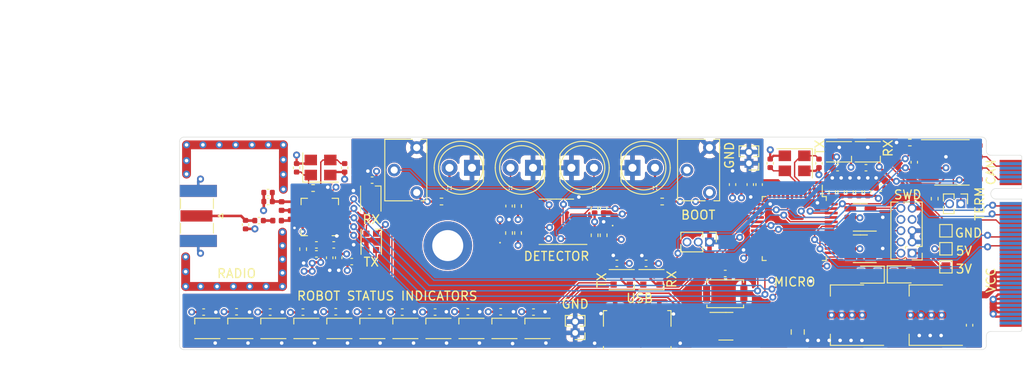
<source format=kicad_pcb>
(kicad_pcb (version 20211014) (generator pcbnew)
  (layers (0 "F.Cu" signal) (1 "In1.Cu" signal) (2 "In2.Cu" signal) (31 "B.Cu" signal) (34 "B.Paste" user) (35 "F.Paste" user) (36 "B.SilkS" user "B.Silkscreen") (37 "F.SilkS" user "F.Silkscreen") (38 "B.Mask" user) (39 "F.Mask" user) (44 "Edge.Cuts" user))
  (net 0 "")
  (net 1 "/HSE_IN")
  (net 2 "GND")
  (net 3 "+3V3")
  (net 4 "Net-(C16-Pad1)")
  (net 5 "Net-(C19-Pad1)")
  (net 6 "+5V")
  (net 7 "/NRST")
  (net 8 "/HSE_OUT")
  (net 9 "Net-(C19-Pad2)")
  (net 10 "Net-(C25-Pad1)")
  (net 11 "+3.3VA")
  (net 12 "/NRF_VDD_PA")
  (net 13 "/NRF_XC1")
  (net 14 "/NRF_XC2")
  (net 15 "Net-(D2-Pad1)")
  (net 16 "Net-(D3-Pad2)")
  (net 17 "/PIXEL_MOSI")
  (net 18 "Net-(D8-Pad1)")
  (net 19 "Net-(D11-Pad2)")
  (net 20 "Net-(D12-Pad2)")
  (net 21 "Net-(C29-Pad1)")
  (net 22 "VBUS")
  (net 30 "/I2C1_SDA")
  (net 31 "/I2C1_SCL")
  (net 34 "/DRBL_PWM_2")
  (net 35 "/DRBL_PWM_1")
  (net 36 "/CAN_L")
  (net 37 "/CAN_H")
  (net 38 "/VCC")
  (net 39 "/SWDIO")
  (net 40 "/SWCLK")
  (net 41 "/TRACESWO")
  (net 42 "/SWDIO_CONN")
  (net 43 "/SWCLK_CONN")
  (net 44 "/USB_CONN_DP")
  (net 45 "/NRF_ANT2")
  (net 46 "/NRF_ANT1")
  (net 47 "/BALLDETECT_1")
  (net 48 "/BALLDETECT_2")
  (net 49 "/CAN_TX")
  (net 50 "/CAN_RX")
  (net 51 "/BOOT")
  (net 52 "Net-(RV1-Pad2)")
  (net 53 "Net-(RV2-Pad2)")
  (net 54 "/RADIO_SPI_NSS")
  (net 55 "/RADIO_SPI_SCK")
  (net 56 "/RADIO_SPI_MISO")
  (net 57 "/RADIO_SPI_MOSI")
  (net 58 "/RADIO_CE")
  (net 59 "/USB_DP")
  (net 60 "/USB_CONN_DN")
  (net 61 "Net-(D5-Pad1)")
  (net 62 "Net-(D9-Pad2)")
  (net 69 "Net-(D16-Pad2)")
  (net 70 "Net-(D17-Pad2)")
  (net 71 "Net-(R2-Pad1)")
  (net 72 "Net-(JP1-Pad2)")
  (net 73 "Net-(D13-Pad2)")
  (net 74 "Net-(D14-Pad2)")
  (net 77 "/TRACESWO_CONN")
  (net 78 "/NRST_CONN")
  (net 79 "/PIXEL_OFFBOARD")
  (net 84 "/USB_DN")
  (net 90 "Net-(R15-Pad1)")
  (net 126 "Net-(D1-Pad2)")
  (net 127 "Net-(D19-Pad4)")
  (net 128 "Net-(D16-Pad4)")
  (net 129 "Net-(D18-Pad2)")
  (net 130 "Net-(D21-Pad4)")
  (net 131 "Net-(D22-Pad4)")
  (net 132 "Net-(D23-Pad4)")
  (net 133 "Net-(D24-Pad4)")
  (net 134 "Net-(D25-Pad4)")
  (net 135 "Net-(D1-Pad4)")
  (footprint "Package_DFN_QFN:QFN-20-1EP_4x4mm_P0.5mm_EP2.5x2.5mm" (layer "F.Cu") (at 124.198 107.6635 180)
    (fp_text reference "U1")
    (fp_text value "nRF24L01P")
  )
  (footprint "Capacitor_SMD:C_0402_1005Metric" (layer "F.Cu") (at 118.6 118.4)
    (fp_text reference "C43")
    (fp_text value "100n")
  )
  (footprint "Resistor_SMD:R_0402_1005Metric" (layer "F.Cu") (at 155.194 109.728 90)
    (fp_text reference "R6")
    (fp_text value "10k")
  )
  (footprint "LED_SMD:LED_0402_1005Metric" (layer "F.Cu") (at 157.226 109.728 -90)
    (fp_text reference "D2")
    (fp_text value "LED")
  )
  (footprint "Inductor_SMD:L_0402_1005Metric" (layer "F.Cu") (at 120.904 107.442 90)
    (fp_text reference "L2")
    (fp_text value "8n2")
  )
  (footprint "Diode_SMD:D_0805_2012Metric" (layer "F.Cu") (at 189.8904 114.1476)
    (fp_text reference "D5")
    (fp_text value "D_Schottky")
  )
  (footprint "Capacitor_SMD:C_0402_1005Metric" (layer "F.Cu") (at 144.6 118.364)
    (fp_text reference "C42")
    (fp_text value "100n")
  )
  (footprint "Capacitor_SMD:C_0402_1005Metric" (layer "F.Cu") (at 157.7 112.9 180)
    (fp_text reference "C33")
    (fp_text value "100n")
  )
  (footprint "Capacitor_SMD:C_0402_1005Metric" (layer "F.Cu") (at 197.485 119.888 90)
    (fp_text reference "C26")
    (fp_text value "22u")
  )
  (footprint "Package_QFP:LQFP-48_7x7mm_P0.5mm" (layer "F.Cu") (at 177.7112 108.966 -90)
    (fp_text reference "U2")
    (fp_text value "STM32F103CBT6")
  )
  (footprint "Capacitor_SMD:C_0402_1005Metric" (layer "F.Cu") (at 137.2 118.4)
    (fp_text reference "C39")
    (fp_text value "100n")
  )
  (footprint "LED_SMD:LED_WS2812B-2020_PLCC4_2.0x2.0mm" (layer "F.Cu") (at 133.855688 120.25)
    (fp_text reference "D15")
    (fp_text value "WS2812B")
  )
  (footprint "Capacitor_SMD:C_0402_1005Metric" (layer "F.Cu") (at 182.6 102.1 180)
    (fp_text reference "C31")
    (fp_text value "100n")
  )
  (footprint "Resistor_SMD:R_0402_1005Metric" (layer "F.Cu") (at 162.814 105.918)
    (fp_text reference "R4")
    (fp_text value "100")
  )
  (footprint "Capacitor_SMD:C_0402_1005Metric" (layer "F.Cu") (at 172.75 104 -90)
    (fp_text reference "C7")
    (fp_text value "1u")
  )
  (footprint "Capacitor_SMD:C_0402_1005Metric" (layer "F.Cu") (at 125.7728 110.8131)
    (fp_text reference "C16")
    (fp_text value "33n")
  )
  (footprint "Capacitor_SMD:C_0402_1005Metric" (layer "F.Cu") (at 130.1 103.5 180)
    (fp_text reference "C35")
    (fp_text value "100n")
  )
  (footprint "Capacitor_SMD:C_0402_1005Metric" (layer "F.Cu") (at 140.9 118.364)
    (fp_text reference "C40")
    (fp_text value "100n")
  )
  (footprint "TestPoint:TestPoint_Pad_1.0x1.0mm" (layer "F.Cu") (at 194.818 111.252)
    (fp_text reference "TP3")
    (fp_text value "TestPoint_Flag")
  )
  (footprint "Capacitor_SMD:C_0402_1005Metric" (layer "F.Cu") (at 118.364 104.902)
    (fp_text reference "C23")
    (fp_text value "4p7")
  )
  (footprint "Capacitor_SMD:C_0402_1005Metric" (layer "F.Cu") (at 123.817 110.8131 180)
    (fp_text reference "C9")
    (fp_text value "10u")
  )
  (footprint "Capacitor_SMD:C_0402_1005Metric" (layer "F.Cu") (at 118.364 105.918)
    (fp_text reference "C22")
    (fp_text value "2n2")
  )
  (footprint "Resistor_SMD:R_0402_1005Metric" (layer "F.Cu") (at 145.542 109.474 -90)
    (fp_text reference "R13")
    (fp_text value "1k")
  )
  (footprint "Package_TO_SOT_SMD:SOT-23-6" (layer "F.Cu") (at 170 120)
    (fp_text reference "U8")
    (fp_text value "USBLC6-2SC6")
  )
  (footprint "Connector_PinHeader_1.27mm:PinHeader_1x02_P1.27mm_Vertical" (layer "F.Cu") (at 153 120.75 180)
    (fp_text reference "J4")
    (fp_text value "Conn_01x02_Male")
  )
  (footprint "Capacitor_SMD:C_0402_1005Metric" (layer "F.Cu") (at 121.5818 102.108 90)
    (fp_text reference "C14")
    (fp_text value "12p")
  )
  (footprint "Capacitor_SMD:C_0402_1005Metric" (layer "F.Cu") (at 122.3 118.4)
    (fp_text reference "C41")
    (fp_text value "100n")
  )
  (footprint "Capacitor_SMD:C_0402_1005Metric" (layer "F.Cu") (at 129.8 118.364)
    (fp_text reference "C38")
    (fp_text value "100n")
  )
  (footprint "LED_SMD:LED_WS2812B-2020_PLCC4_2.0x2.0mm" (layer "F.Cu") (at 182.75 100.3 180)
    (fp_text reference "D22")
    (fp_text value "WS2812B")
  )
  (footprint "LED_SMD:LED_WS2812B-2020_PLCC4_2.0x2.0mm" (layer "F.Cu") (at 161.6 114.75 180)
    (fp_text reference "D23")
    (fp_text value "WS2812B")
  )
  (footprint "Resistor_SMD:R_0402_1005Metric" (layer "F.Cu") (at 122.3184 111.2957 -90)
    (fp_text reference "R2")
    (fp_text value "22k")
  )
  (footprint "LED_SMD:LED_WS2812B-2020_PLCC4_2.0x2.0mm" (layer "F.Cu") (at 129.95 105.585 -90)
    (fp_text reference "D25")
    (fp_text value "WS2812B")
  )
  (footprint "LED_SMD:LED_WS2812B-2020_PLCC4_2.0x2.0mm" (layer "F.Cu") (at 148.749968 120.25)
    (fp_text reference "D11")
    (fp_text value "WS2812B")
  )
  (footprint "Resistor_SMD:R_0402_1005Metric" (layer "F.Cu") (at 146.558 106.428 -90)
    (fp_text reference "R10")
    (fp_text value "10k")
  )
  (footprint "LED_THT:LED_D5.0mm_IRGrey" (layer "F.Cu") (at 152.58 102.108)
    (fp_text reference "D4")
    (fp_text value "D_Photo")
  )
  (footprint "LED_THT:LED_D5.0mm_IRGrey" (layer "F.Cu") (at 159.464 102.108)
    (fp_text reference "D3")
    (fp_text value "LD271")
  )
  (footprint "Capacitor_SMD:C_0402_1005Metric" (layer "F.Cu") (at 182 104.8004 90)
    (fp_text reference "C5")
    (fp_text value "100n")
  )
  (footprint "Package_SO:SOIC-8_3.9x4.9mm_P1.27mm" (layer "F.Cu") (at 195.5 101.5)
    (fp_text reference "U9")
    (fp_text value "TJA1051T-3")
  )
  (footprint "LED_SMD:LED_WS2812B-2020_PLCC4_2.0x2.0mm" (layer "F.Cu") (at 111.51428 120.25)
    (fp_text reference "D18")
    (fp_text value "WS2812B")
  )
  (footprint "Capacitor_SMD:C_0402_1005Metric" (layer "F.Cu") (at 117.348 108.0699)
    (fp_text reference "C19")
    (fp_text value "1p5")
  )
  (footprint "Capacitor_SMD:C_0402_1005Metric" (layer "F.Cu") (at 180.5 101.6 -90)
    (fp_text reference "C17")
    (fp_text value "10p")
  )
  (footprint "ExtraStuff:M.2-B-KEY" (layer "F.Cu") (at 203.3778 110.6424 90)
    (fp_text reference "U$1" hide)
    (fp_text value "M.2-B-KEY" hide)
    (fp_line (start 11 -4) (end 10.45 -4) (layer "Edge.Cuts") (width 0.05))
    (fp_line (start -11 -4) (end -10.45 -4) (layer "Edge.Cuts") (width 0.05))
    (fp_line (start 5 -2.9) (end 5 0) (layer "Edge.Cuts") (width 0.05))
    (fp_line (start 11.5 -95) (end -11 -95) (layer "Edge.Cuts") (width 0.05))
    (fp_line (start -9.75 0) (end 5 0) (layer "Edge.Cuts") (width 0.05))
    (fp_line (start -11.5 -4) (end -11 -4) (layer "Edge.Cuts") (width 0.05))
    (fp_line (start 9.95 -0.2) (end 9.95 -3.5) (layer "Edge.Cuts") (width 0.05))
    (fp_line (start 6.2 0) (end 9.75 0) (layer "Edge.Cuts") (width 0.05))
    (fp_line (start 6.2 -2.9) (end 6.2 0) (layer "Edge.Cuts") (width 0.05))
    (fp_line (start 12 -4.5) (end 12 -94.5) (layer "Edge.Cuts") (width 0.05))
    (fp_line (start -12 -94.5) (end -12 -4.5) (layer "Edge.Cuts") (width 0.05))
    (fp_line (start -9.95 -3.5) (end -9.95 -0.2) (layer "Edge.Cuts") (width 0.05))
    (fp_line (start 11.5 -4) (end 11 -4) (layer "Edge.Cuts") (width 0.05))
    (fp_line (start -11 -95) (end -11.5 -95) (layer "Edge.Cuts") (width 0.05))
    (fp_arc (start -12 -94.5) (mid -11.853553 -94.853553) (end -11.5 -95) (layer "Edge.Cuts") (width 0.05))
    (fp_arc (start -9.75 0) (mid -9.891421 -0.058579) (end -9.95 -0.2) (layer "Edge.Cuts") (width 0.05))
    (fp_arc (start 9.95 -3.5) (mid 10.096447 -3.853553) (end 10.45 -4) (layer "Edge.Cuts") (width 0.05))
    (fp_arc (start 5.6 -3.5) (mid 6.024264 -3.324264) (end 6.2 -2.9) (layer "Edge.Cuts") (width 0.05))
    (fp_arc (start 12 -4.5) (mid 11.853553 -4.146447) (end 11.5 -4) (layer "Edge.Cuts") (width 0.05))
    (fp_arc (start -10.45 -4) (mid -10.096447 -3.853553) (end -9.95 -3.5) (layer "Edge.Cuts") (width 0.05))
    (fp_arc (start 11.5 -95) (mid 11.853553 -94.853553) (end 12 -94.5) (layer "Edge.Cuts") (width 0.05))
    (fp_arc (start -11.5 -4) (mid -11.853553 -4.146447) (end -12 -4.5) (layer "Edge.Cuts") (width 0.05))
    (fp_arc (start 5 -2.9) (mid 5.175736 -3.324264) (end 5.6 -3.5) (layer "Edge.Cuts") (width 0.05))
    (fp_arc (start 9.95 -0.2) (mid 9.891421 -0.058579) (end 9.75 0) (layer "Edge.Cuts") (width 0.05))
  )
  (footprint "Connector_PinHeader_1.27mm:PinHeader_1x02_P1.27mm_Vertical" (layer "F.Cu") (at 172.6 101.6 180)
    (fp_text reference "J5")
    (fp_text value "Conn_01x02_Male")
  )
  (footprint "LED_SMD:LED_WS2812B-2020_PLCC4_2.0x2.0mm" (layer "F.Cu") (at 137.579256 120.25)
    (fp_text reference "D14")
    (fp_text value "WS2812B")
  )
  (footprint "Capacitor_SMD:C_0402_1005Metric" (layer "F.Cu") (at 148.3 118.4)
    (fp_text reference "C37")
    (fp_text value "100n")
  )
  (footprint "Capacitor_SMD:C_0402_1005Metric" (layer "F.Cu") (at 184 104.8004 90)
    (fp_text reference "C3")
    (fp_text value "100n")
  )
  (footprint "LED_SMD:LED_WS2812B-2020_PLCC4_2.0x2.0mm" (layer "F.Cu") (at 141.302824 120.25)
    (fp_text reference "D13")
    (fp_text value "WS2812B")
  )
  (footprint "LED_SMD:LED_0402_1005Metric" (layer "F.Cu") (at 144.526 109.474 90)
    (fp_text reference "D8")
    (fp_text value "LED")
  )
  (footprint "Connector_USB:USB_Micro-B_Molex_47346-0001" (layer "F.Cu") (at 160 119.9484)
    (fp_text reference "J3")
    (fp_text value "USB_B_Micro")
  )
  (footprint "Connector_PinHeader_1.27mm:PinHeader_1x03_P1.27mm_Vertical" (layer "F.Cu") (at 168.153 110.49 -90)
    (fp_text reference "JP2")
    (fp_text value "Jumper_3_Open")
  )
  (footprint "Capacitor_SMD:C_0402_1005Metric" (layer "F.Cu") (at 156.21 106.698 -90)
    (fp_text reference "C25")
    (fp_text value "10n")
  )
  (footprint "Capacitor_SMD:C_0402_1005Metric" (layer "F.Cu") (at 186 104.8004 90)
    (fp_text reference "C1")
    (fp_text value "10u")
  )
  (footprint "Crystal:Crystal_SMD_3225-4Pin_3.2x2.5mm" (layer "F.Cu") (at 124.282 102.0755)
    (fp_text reference "Y1")
    (fp_text value "16MHz")
  )
  (footprint "LED_SMD:LED_WS2812B-2020_PLCC4_2.0x2.0mm" (layer "F.Cu") (at 126.408552 120.25)
    (fp_text reference "D7")
    (fp_text value "WS2812B")
  )
  (footprint "Potentiometer_THT:Potentiometer_Bourns_3266X_Horizontal" (layer "F.Cu") (at 135.128 104.902 -90)
    (fp_text reference "RV2")
    (fp_text value "R_POT 10k")
  )
  (footprint "Capacitor_SMD:C_0402_1005Metric" (layer "F.Cu") (at 126.3316 112.268 -90)
    (fp_text reference "C12")
    (fp_text value "10n")
  )
  (footprint "Capacitor_SMD:C_0402_1005Metric" (layer "F.Cu") (at 175 101.6 90)
    (fp_text reference "C18")
    (fp_text value "10p")
  )
  (footprint "LED_SMD:LED_WS2812B-2020_PLCC4_2.0x2.0mm" (layer "F.Cu") (at 115.237848 120.25)
    (fp_text reference "D17")
    (fp_text value "WS2812B")
  )
  (footprint "Button_Switch_SMD:SW_Push_SPST_NO_Alps_SKRK" (layer "F.Cu") (at 169.926 116.332 180)
    (fp_text reference "SW1")
    (fp_text value "SW_Push")
  )
  (footprint "LED_THT:LED_D5.0mm_IRGrey" (layer "F.Cu") (at 141.362 102.108 180)
    (fp_text reference "D9")
    (fp_text value "LD271")
  )
  (footprint "Resistor_SMD:R_0402_1005Metric" (layer "F.Cu") (at 193.548 105.6 -90)
    (fp_text reference "R3")
    (fp_text value "120")
  )
  (footprint "Capacitor_SMD:C_0402_1005Metric" (layer "F.Cu") (at 170.75 104 90)
    (fp_text reference "C8")
    (fp_text value "1u")
  )
  (footprint "Capacitor_SMD:C_0402_1005Metric" (layer "F.Cu") (at 111.1 118.4)
    (fp_text reference "C36")
    (fp_text value "100n")
  )
  (footprint "LED_THT:LED_D5.0mm_IRGrey" (layer "F.Cu") (at 148.246 102.108 180)
    (fp_text reference "D10")
    (fp_text value "D_Photo")
  )
  (footprint "LED_SMD:LED_WS2812B-2020_PLCC4_2.0x2.0mm" (layer "F.Cu") (at 130 110.4646 -90)
    (fp_text reference "D26")
    (fp_text value "WS2812B")
  )
  (footprint "Resistor_SMD:R_0402_1005Metric" (layer "F.Cu") (at 156.21 109.728 90)
    (fp_text reference "R8")
    (fp_text value "1k")
  )
  (footprint "Capacitor_SMD:C_0402_1005Metric" (layer "F.Cu") (at 123.817 111.8291 180)
    (fp_text reference "C10")
    (fp_text value "10n")
  )
  (footprint "Package_SO:SOIC-8_3.9x4.9mm_P1.27mm" (layer "F.Cu") (at 150.876 108.204 180)
    (fp_text reference "U4")
    (fp_text value "LM393")
  )
  (footprint "TestPoint:TestPoint_Pad_1.0x1.0mm" (layer "F.Cu") (at 194.818 113.284)
    (fp_text reference "TP1")
    (fp_text value "TestPoint_Flag")
  )
  (footprint "Capacitor_SMD:C_0402_1005Metric" (layer "F.Cu") (at 183 104.8004 90)
    (fp_text reference "C4")
    (fp_text value "100n")
  )
  (footprint "Capacitor_SMD:C_0402_1005Metric" (layer "F.Cu") (at 185 104.8004 90)
    (fp_text reference "C2")
    (fp_text value "100n")
  )
  (footprint "Package_TO_SOT_SMD:SOT-223-3_TabPin2" (layer "F.Cu") (at 183.6928 118.7476 180)
    (fp_text reference "U6")
    (fp_text value "AMS1117-3.3")
  )
  (footprint "Capacitor_SMD:C_0402_1005Metric" (layer "F.Cu") (at 191.25 101.48 -90)
    (fp_text reference "C30")
    (fp_text value "0.1u")
  )
  (footprint "LED_SMD:LED_WS2812B-2020_PLCC4_2.0x2.0mm" (layer "F.Cu") (at 145.026392 120.25)
    (fp_text reference "D12")
    (fp_text value "WS2812B")
  )
  (footprint "Capacitor_SMD:C_0402_1005Metric" (layer "F.Cu") (at 173.75 104 -90)
    (fp_text reference "C6")
    (fp_text value "100n")
  )
  (footprint "Capacitor_SMD:C_0805_2012Metric" (layer "F.Cu") (at 178.1048 120.6526 90)
    (fp_text reference "C27")
    (fp_text value "22u")
  )
  (footprint "Capacitor_SMD:C_0402_1005Metric" (layer "F.Cu") (at 125.3156 112.268 -90)
    (fp_text reference "C11")
    (fp_text value "10n")
  )
  (footprint "TestPoint:TestPoint_Pad_1.0x1.0mm" (layer "F.Cu") (at 194.818 109.22 180)
    (fp_text reference "TP4")
    (fp_text value "TestPoint_Flag")
  )
  (footprint "Package_TO_SOT_SMD:SOT-23-6" (layer "F.Cu") (at 185.166 107.696 180)
    (fp_text reference "U7")
    (fp_text value "USBLC6-2SC6")
  )
  (footprint "Package_TO_SOT_SMD:SOT-23-6" (layer "F.Cu") (at 185.166 111.252 180)
    (fp_text reference "U3")
    (fp_text value "USBLC6-2SC6")
  )
  (footprint "Inductor_SMD:L_0402_1005Metric" (layer "F.Cu") (at 119.38 108.0699 180)
    (fp_text reference "L1")
    (fp_text value "3n9")
  )
  (footprint "Resistor_SMD:R_0402_1005Metric" (layer "F.Cu") (at 146.558 109.472 -90)
    (fp_text reference "R11")
    (fp_text value "10k")
  )
  (footprint "Capacitor_SMD:C_0402_1005Metric" (layer "F.Cu") (at 187.452 104.394 180)
    (fp_text reference "C20")
    (fp_text value "100n")
  )
  (footprint "Capacitor_SMD:C_0402_1005Metric" (layer "F.Cu") (at 145.542 106.426 -90)
    (fp_text reference "C29")
    (fp_text value "10n")
  )
  (footprint "LED_SMD:LED_WS2812B-2020_PLCC4_2.0x2.0mm" (layer "F.Cu") (at 186 100.3 180)
    (fp_text reference "D21")
    (fp_text value "WS2812B")
  )
  (footprint "Connector_PinHeader_1.27mm:PinHeader_2x05_P1.27mm_Vertical" (layer "F.Cu") (at 191.008 111.75 180)
    (fp_text reference "J2")
    (fp_text value "ARM 10pin")
  )
  (footprint "Resistor_SMD:R_0402_1005Metric" (layer "F.Cu") (at 123.444 104.394 180)
    (fp_text reference "R1")
    (fp_text value "1M")
  )
  (footprint "Diode_SMD:D_0805_2012Metric" (layer "F.Cu") (at 186.182 114.173 180)
    (fp_text reference "D6")
    (fp_text value "D_Schottky")
  )
  (footprint "Connector_PinHeader_1.27mm:PinHeader_1x02_P1.27mm_Vertical" (layer "F.Cu") (at 196.5 106.172 -90)
    (fp_text reference "JP1")
    (fp_text value "Jumper_2_Open")
  )
  (footprint "Resistor_SMD:R_0402_1005Metric" (layer "F.Cu") (at 190.75 99.25 180)
    (fp_text reference "R15")
    (fp_text value "1k")
  )
  (footprint "Capacitor_SMD:C_0402_1005Metric" (layer "F.Cu") (at 126 118.364)
    (fp_text reference "C44")
    (fp_text value "100n")
  )
  (footprint "Resistor_SMD:R_0402_1005Metric" (layer "F.Cu") (at 137.922 105.918 180)
    (fp_text reference "R9")
    (fp_text value "100")
  )
  (footprint "LED_SMD:LED_WS2812B-2020_PLCC4_2.0x2.0mm" (layer "F.Cu") (at 158.25 114.75 180)
    (fp_text reference "D24")
    (fp_text value "WS2812B")
  )
  (footprint "LED_SMD:LED_WS2812B-2020_PLCC4_2.0x2.0mm" (layer "F.Cu") (at 130.13212 120.25)
    (fp_text reference "D1")
    (fp_text value "WS2812B")
  )
  (footprint "Package_TO_SOT_SMD:SOT-223-3_TabPin2" (layer "F.Cu") (at 192.5828 118.7476 180)
    (fp_text reference "U5")
    (fp_text value "AMS1117-5.0")
  )
  (footprint "Potentiometer_THT:Potentiometer_Bourns_3266X_Horizontal" (layer "F.Cu") (at 168.148 104.9 -90)
    (fp_text reference "RV1")
    (fp_text value "R_POT 10k")
  )
  (footprint "Crystal:Crystal_SMD_3225-4Pin_3.2x2.5mm" (layer "F.Cu") (at 177.75 101.6 180)
    (fp_text reference "Y2")
    (fp_text value "16MHz")
  )
  (footprint "Capacitor_SMD:C_0402_1005Metric" (layer "F.Cu") (at 115.824 108.5271 90)
    (fp_text reference "C21")
    (fp_text value "1p")
  )
  (footprint "Capacitor_SMD:C_0402_1005Metric" (layer "F.Cu") (at 169.926 114.046)
    (fp_text reference "C13")
    (fp_text value "0.1u")
  )
  (footprint "Capacitor_SMD:C_0402_1005Metric" (layer "F.Cu") (at 133.5 118.4)
    (fp_text reference "C32")
    (fp_text value "100n")
  )
  (footprint "Capacitor_SMD:C_0402_1005Metric" (layer "F.Cu") (at 127.8 112.7)
    (fp_text reference "C46")
    (fp_text value "100n")
  )
  (footprint "Capacitor_SMD:C_0402_1005Metric" (layer "F.Cu") (at 185.8 102.1 180)
    (fp_text reference "C28")
    (fp_text value "100n")
  )
  (footprint "Capacitor_SMD:C_0402_1005Metric" (layer "F.Cu") (at 161 112.9 180)
    (fp_text reference "C45")
    (fp_text value "100n")
  )
  (footprint "Resistor_SMD:R_0402_1005Metric" (layer "F.Cu") (at 155.194 106.678 -90)
    (fp_text reference "R5")
    (fp_text value "10k")
  )
  (footprint "Capacitor_SMD:C_0402_1005Metric" (layer "F.Cu") (at 114.808 118.364)
    (fp_text reference "C34")
    (fp_text value "100n")
  )
  (footprint "LED_SMD:LED_WS2812B-2020_PLCC4_2.0x2.0mm" (layer "F.Cu") (at 118.961416 120.25)
    (fp_text reference "D16")
    (fp_text value "WS2812B")
  )
  (footprint "LED_SMD:LED_WS2812B-2020_PLCC4_2.0x2.0mm" (layer "F.Cu") (at 122.684984 120.25)
    (fp_text reference "D19")
    (fp_text value "WS2812B")
  )
  (footprint "Inductor_SMD:L_0402_1005Metric" (layer "F.Cu") (at 119.888 106.426 -90)
    (fp_text reference "L3")
    (fp_text value "2n7")
  )
  (footprint "Connector_Coaxial:SMA_Samtec_SMA-J-P-X-ST-EM1_EdgeMount" (layer "F.Cu") (at 110.49 107.5436 -90)
    (fp_text reference "J1")
    (fp_text value "SMA")
  )
  (footprint "Capacitor_SMD:C_0402_1005Metric" (layer "F.Cu") (at 127 102.108 -90)
    (fp_text reference "C15")
    (fp_text value "12p")
  )
  (footprint "Inductor_SMD:L_0402_1005Metric" (layer "F.Cu") (at 171.75 104 90)
    (fp_text reference "FB1")
    (fp_text value "120R")
  )
  (gr_text "GND" (at 170.4 100.7 90) (layer "F.SilkS") (effects (font (size 1 1))))
  (gr_text "BOOT" (at 166.878 107.442) (layer "F.SilkS") (effects (font (size 1 1))))
  (gr_text "TERM" (at 198.628 106.172 90) (layer "F.SilkS") (effects (font (size 1 1))))
  (gr_text "3V\n" (at 196.85 113.538) (layer "F.SilkS") (effects (font (size 1 1))))
  (gr_text "TX\n" (at 156 114.8 90) (layer "F.SilkS") (effects (font (size 1 1))))
  (gr_text "DETECTOR" (at 150.9 112.1) (layer "F.SilkS") (effects (font (size 1 1))))
  (gr_text "RX" (at 163.9 114.7 90) (layer "F.SilkS") (effects (font (size 1 1))))
  (gr_text "TX" (at 180.6 99.8 90) (layer "F.SilkS") (effects (font (size 1 1))))
  (gr_text "RADIO\n" (at 114.808 114.046) (layer "F.SilkS") (effects (font (size 1 1))))
  (gr_text "RX" (at 130 107.95) (layer "F.SilkS") (effects (font (size 1 1))))
  (gr_text "TX\n" (at 130 112.75) (layer "F.SilkS") (effects (font (size 1 1))))
  (gr_text "GND" (at 197.358 109.474) (layer "F.SilkS") (effects (font (size 1 1))))
  (gr_text "SWD" (at 190.5 105.156) (layer "F.SilkS") (effects (font (size 1 1))))
  (gr_text "MICRO\n" (at 177.75 115) (layer "F.SilkS") (effects (font (size 1 1))))
  (gr_text "ROBOT STATUS INDICATORS\n" (at 131.8006 116.586) (layer "F.SilkS") (effects (font (size 1 1))))
  (gr_text "USB" (at 160.274 116.84) (layer "F.SilkS") (effects (font (size 1 1))))
  (gr_text "CAN" (at 199.898 102.616 90) (layer "F.SilkS") (effects (font (size 1 1))))
  (gr_text "RX" (at 188.3 99.9 90) (layer "F.SilkS") (effects (font (size 1 1))))
  (gr_text "VCC\n" (at 199.898 114.808 90) (layer "F.SilkS") (effects (font (size 1 1))))
  (gr_text "GND" (at 153 117.5) (layer "F.SilkS") (effects (font (size 1 1))))
  (gr_text "5V\n" (at 196.85 111.506) (layer "F.SilkS") (effects (font (size 1 1))))
  (segment (start 177.75 103.0968) (end 177.75 101.5) (width 0.154) (layer "F.Cu") (net 1))
  (segment (start 178.4612 103.808) (end 177.75 103.0968) (width 0.154) (layer "F.Cu") (net 1))
  (segment (start 178.5 100.75) (end 178.85 100.75) (width 0.154) (layer "F.Cu") (net 1))
  (segment (start 180.13 100.75) (end 180.5 101.12) (width 0.154) (layer "F.Cu") (net 1))
  (segment (start 177.75 101.5) (end 178.5 100.75) (width 0.154) (layer "F.Cu") (net 1))
  (segment (start 178.85 100.75) (end 180.13 100.75) (width 0.154) (layer "F.Cu") (net 1))
  (segment (start 178.4612 104.8035) (end 178.4612 103.808) (width 0.154) (layer "F.Cu") (net 1))
  (segment (start 178.85 102.45) (end 180.13 102.45) (width 0.254) (layer "F.Cu") (net 2))
  (segment (start 119.9896 115.508017) (end 119.9896 109.3724) (width 1) (layer "F.Cu") (net 2))
  (segment (start 173.75 104.95) (end 175 106.2) (width 0.254) (layer "F.Cu") (net 2))
  (segment (start 117.884 104.902) (end 117.884 105.918) (width 0.29337) (layer "F.Cu") (net 2))
  (segment (start 109.1692 99.5172) (end 120.0912 99.5172) (width 1) (layer "F.Cu") (net 2))
  (segment (start 197.485 120.368) (end 196.4124 120.368) (width 0.254) (layer "F.Cu") (net 2))
  (segment (start 121.342104 108.900138) (end 121.342104 108.642104) (width 0.29337) (layer "F.Cu") (net 2))
  (segment (start 109.1692 102.8192) (end 109.1692 99.5172) (width 1) (layer "F.Cu") (net 2))
  (segment (start 134.016 118.364) (end 134.874 118.364) (width 0.254) (layer "F.Cu") (net 2))
  (segment (start 175 100.082) (end 175.006 100.076) (width 0.254) (layer "F.Cu") (net 2))
  (segment (start 127.313802 118.364) (end 126.48 118.364) (width 0.254) (layer "F.Cu") (net 2))
  (segment (start 153.351 105.475) (end 153.416 105.41) (width 0.254) (layer "F.Cu") (net 2))
  (segment (start 170.688 116.332) (end 172.026 116.332) (width 0.154) (layer "F.Cu") (net 2))
  (segment (start 121.5818 100.6682) (end 121.5818 101.628) (width 0.254) (layer "F.Cu") (net 2))
  (segment (start 145.08 118.364) (end 146.037497 118.364) (width 0.254) (layer "F.Cu") (net 2))
  (segment (start 179.9612 114.502085) (end 179.9612 113.1285) (width 0.254) (layer "F.Cu") (net 2))
  (segment (start 145.941392 121.958608) (end 145.941392 120.8) (width 0.154) (layer "F.Cu") (net 2))
  (segment (start 175 101.12) (end 175 100.082) (width 0.254) (layer "F.Cu") (net 2))
  (segment (start 129.62 103.5) (end 129.62 102.48) (width 0.254) (layer "F.Cu") (net 2))
  (segment (start 117.884 106.906) (end 117.884 105.918) (width 0.29337) (layer "F.Cu") (net 2))
  (segment (start 123.337 111.8291) (end 123.337 110.8131) (width 0.254) (layer "F.Cu") (net 2))
  (segment (start 131 121.9) (end 131.04712 121.85288) (width 0.154) (layer "F.Cu") (net 2))
  (segment (start 111.58 118.4) (end 112.463135 118.4) (width 0.254) (layer "F.Cu") (net 2))
  (segment (start 162.4025 118.4884) (end 162.4875 118.5734) (width 0.254) (layer "F.Cu") (net 2))
  (segment (start 131.073497 118.364) (end 130.28 118.364) (width 0.254) (layer "F.Cu") (net 2))
  (segment (start 187.652124 111.252) (end 187.687334 111.21679) (width 0.254) (layer "F.Cu") (net 2))
  (segment (start 141.8 120.8) (end 142.217824 120.8) (width 0.254) (layer "F.Cu") (net 2))
  (segment (start 191.385 100.865) (end 191.25 101) (width 0.254) (layer "F.Cu") (net 2))
  (segment (start 130.3 118.384) (end 130.28 118.364) (width 0.254) (layer "F.Cu") (net 2))
  (segment (start 109.0676 112.162673) (end 109.0676 115.508017) (width 1) (layer "F.Cu") (net 2))
  (segment (start 157.3 112.82) (end 157.3 112) (width 0.254) (layer "F.Cu") (net 2))
  (segment (start 200.152 117.475) (end 200.152 116.967) (width 0.8) (layer "F.Cu") (net 2))
  (segment (start 160.685 114.2) (end 160.685 113.065) (width 0.254) (layer "F.Cu") (net 2))
  (segment (start 138.494256 121.9) (end 138.494256 120.8) (width 0.154) (layer "F.Cu") (net 2))
  (segment (start 160.52 112.02) (end 160.5 112) (width 0.254) (layer "F.Cu") (net 2))
  (segment (start 123.337 110.6986) (end 123.698 110.3376) (width 0.254) (layer "F.Cu") (net 2))
  (segment (start 137.68 118.4) (end 137.7 118.42) (width 0.254) (layer "F.Cu") (net 2))
  (segment (start 164.084 118.618) (end 164.0394 118.5734) (width 0.254) (layer "F.Cu") (net 2))
  (segment (start 180.325038 106.064383) (end 180.519307 106.064383) (width 0.254) (layer "F.Cu") (net 2))
  (segment (start 138.473497 118.364) (end 137.716 118.364) (width 0.254) (layer "F.Cu") (net 2))
  (segment (start 186 99.8) (end 185.95 99.75) (width 0.154) (layer "F.Cu") (net 2))
  (segment (start 145.542 106.906) (end 145.542 107.95) (width 0.254) (layer "F.Cu") (net 2))
  (segment (start 169.075632 120) (end 169.926 119.149632) (width 0.154) (layer "F.Cu") (net 2))
  (segment (start 141.5 120.5) (end 141.8 120.8) (width 0.254) (layer "F.Cu") (net 2))
  (segment (start 115.6 120.8) (end 116.152848 120.8) (width 0.254) (layer "F.Cu") (net 2))
  (segment (start 172.75 104.48) (end 172.75 105.35) (width 0.254) (layer "F.Cu") (net 2))
  (segment (start 149.664968 121.864968) (end 149.7 121.9) (width 0.154) (layer "F.Cu") (net 2))
  (segment (start 163.375 121.1484) (end 164.0744 121.1484) (width 0.254) (layer "F.Cu") (net 2))
  (segment (start 202.0427 118.4152) (end 200.7112 118.4152) (width 0.254) (layer "F.Cu") (net 2))
  (segment (start 148.816 118.364) (end 148.78 118.4) (width 0.254) (layer "F.Cu") (net 2))
  (segment (start 110.744 111.76) (end 110.49 111.506) (width 0.29337) (layer "F.Cu") (net 2))
  (segment (start 115.3 120.5) (end 115.6 120.8) (width 0.254) (layer "F.Cu") (net 2))
  (segment (start 125.315599 113.682399) (end 125.3156 112.748) (width 0.254) (layer "F.Cu") (net 2))
  (segment (start 137.9 120.8) (end 138.494256 120.8) (width 0.254) (layer "F.Cu") (net 2))
  (segment (start 169.926 117.094) (end 170.688 116.332) (width 0.154) (layer "F.Cu") (net 2))
  (segment (start 180.13 102.45) (end 180.5 102.08) (width 0.254) (layer "F.Cu") (net 2))
  (segment (start 173.75 104.48) (end 173.75 104.95) (width 0.254) (layer "F.Cu") (net 2))
  (segment (start 110.49 111.506) (end 110.49 110.3686) (width 0.29337) (layer "F.Cu") (net 2))
  (segment (start 123.698 110.3376) (end 123.698 109.601) (width 0.254) (layer "F.Cu") (net 2))
  (segment (start 170.406 114.046) (end 171.196 114.046) (width 0.154) (layer "F.Cu") (net 2))
  (segment (start 134 118.42) (end 134 120.5) (width 0.254) (layer "F.Cu") (net 2))
  (segment (start 129.45 111.95) (end 129.45 111.3796) (width 0.254) (layer "F.Cu") (net 2))
  (segment (start 141.38 118.364) (end 141.5 118.484) (width 0.254) (layer "F.Cu") (net 2))
  (segment (start 125.382 102.818) (end 125.612 102.588) (width 0.254) (layer "F.Cu") (net 2))
  (segment (start 122.3184 111.8057) (end 123.3136 111.8057) (width 0.254) (layer "F.Cu") (net 2))
  (segment (start 196.4124 120.368) (end 195.7328 121.0476) (width 0.254) (layer "F.Cu") (net 2))
  (segment (start 130.54312 120.8) (end 130.3 120.55688) (width 0.254) (layer "F.Cu") (net 2))
  (segment (start 153.351 106.299) (end 153.351 105.475) (width 0.254) (layer "F.Cu") (net 2))
  (segment (start 186.2878 121.6026) (end 186.8428 121.0476) (width 0.8) (layer "F.Cu") (net 2))
  (segment (start 116.1 121.9) (end 116.152848 121.847152) (width 0.154) (layer "F.Cu") (net 2))
  (segment (start 156.21 107.178) (end 156.21 108.204) (width 0.254) (layer "F.Cu") (net 2))
  (segment (start 142.217824 120.8) (end 142.217824 121.882176) (width 0.154) (layer "F.Cu") (net 2))
  (segment (start 181.170924 106.716) (end 181.8737 106.716) (width 0.254) (layer "F.Cu") (net 2))
  (segment (start 157.335 114.2) (end 157.335 113.015) (width 0.254) (layer "F.Cu") (net 2))
  (segment (start 202.0427 117.4152) (end 200.2118 117.4152) (width 0.254) (layer "F.Cu") (net 2))
  (segment (start 180.6574 121.6026) (end 181.8004 121.6026) (width 0.8) (layer "F.Cu") (net 2))
  (segment (start 116.8751 109.0071) (end 116.1462 109.0071) (width 0.29337) (layer "F.Cu") (net 2))
  (segment (start 194.818 100.865) (end 193.025 100.865) (width 0.254) (layer "F.Cu") (net 2))
  (segment (start 119.4 120.8) (end 119.876416 120.8) (width 0.254) (layer "F.Cu") (net 2))
  (segment (start 172.75 105.35) (end 172.8 105.4) (width 0.254) (layer "F.Cu") (net 2))
  (segment (start 122.3184 112.808717) (end 122.3184 111.8057) (width 0.254) (layer "F.Cu") (net 2))
  (segment (start 125.9078 109.601) (end 126.111 109.8042) (width 0.254) (layer "F.Cu") (net 2))
  (segment (start 149.606 118.364) (end 148.816 118.364) (width 0.254) (layer "F.Cu") (net 2))
  (segment (start 137.716 118.364) (end 137.68 118.4) (width 0.254) (layer "F.Cu") (net 2))
  (segment (start 171.196 114.046) (end 172.026 114.876) (width 0.154) (layer "F.Cu") (net 2))
  (segment (start 126.2528 110.8131) (end 126.2528 109.946) (width 0.254) (layer "F.Cu") (net 2))
  (segment (start 141.5 118.484) (end 141.5 120.5) (width 0.254) (layer "F.Cu") (net 2))
  (segment (start 119.965513 118.4) (end 119.96685 118.398663) (width 0.254) (layer "F.Cu") (net 2))
  (segment (start 142.217824 121.882176) (end 142.2 121.9) (width 0.154) (layer "F.Cu") (net 2))
  (segment (start 126.48 120.48) (end 126.48 118.364) (width 0.254) (layer "F.Cu") (net 2))
  (segment (start 160.685 113.065) (end 160.52 112.9) (width 0.254) (layer "F.Cu") (net 2))
  (segment (start 200.7112 118.4152) (end 200.152 117.856) (width 0.254) (layer "F.Cu") (net 2))
  (segment (start 122.7795 101.628) (end 123.182 101.2255) (width 0.254) (layer "F.Cu") (net 2))
  (segment (start 148.78 118.4) (end 148.8 118.42) (width 0.254) (layer "F.Cu") (net 2))
  (segment (start 130.3 120.55688) (end 130.3 118.384) (width 0.254) (layer "F.Cu") (net 2))
  (segment (start 125.612 102.588) (end 127 102.588) (width 0.254) (layer "F.Cu") (net 2))
  (segment (start 149.2 120.8) (end 149.664968 120.8) (width 0.254) (layer "F.Cu") (net 2))
  (segment (start 127 103.4) (end 127 102.588) (width 0.254) (layer "F.Cu") (net 2))
  (segment (start 122.78 118.4) (end 123.7 118.4) (width 0.254) (layer "F.Cu") (net 2))
  (segment (start 121.820708 108.1635) (end 122.2605 108.1635) (width 0.29337) (layer "F.Cu") (net 2))
  (segment (start 110.744 103.378) (end 110.49 103.632) (width 0.29337) (layer "F.Cu") (net 2))
  (segment (start 117.856 106.934) (end 117.884 106.906) (width 0.29337) (layer "F.Cu") (net 2))
  (segment (start 180.519307 106.064383) (end 181.170924 106.716) (width 0.254) (layer "F.Cu") (net 2))
  (segment (start 133.98 118.4) (end 134 118.42) (width 0.254) (layer "F.Cu") (net 2))
  (segment (start 182.12 103.13) (end 182.12 102.1) (width 0.154) (layer "F.Cu") (net 2))
  (segment (start 186 104.3204) (end 186 103.25) (width 0.254) (layer "F.Cu") (net 2))
  (segment (start 145.5 120.8) (end 145.941392 120.8) (width 0.254) (layer "F.Cu") (net 2))
  (segment (start 164.0394 118.5734) (end 162.4875 118.5734) (width 0.254) (layer "F.Cu") (net 2))
  (segment (start 125.382 102.9255) (end 125.382 102.818) (width 0.254) (layer "F.Cu") (net 2))
  (segment (start 182.738498 99.75) (end 181.835 99.75) (width 0.154) (layer "F.Cu") (net 2))
  (segment (start 119.08 118.4) (end 119.965513 118.4) (width 0.254) (layer "F.Cu") (net 2))
  (segment (start 185.2294 121.6026) (end 186.2878 121.6026) (width 0.8) (layer "F.Cu") (net 2))
  (segment (start 122.376607 112.866924) (end 122.3184 112.808717) (width 0.254) (layer "F.Cu") (net 2))
  (segment (start 184 104.3204) (end 184 103.25) (width 0.254) (layer "F.Cu") (net 2))
  (segment (start 123.599984 121.899984) (end 123.599984 120.8) (width 0.154) (layer "F.Cu") (net 2))
  (segment (start 116.273497 118.4) (end 116.237497 118.364) (width 0.254) (layer "F.Cu") (net 2))
  (segment (start 125.096828 104.300243) (end 124.847175 104.300243) (width 0.154) (layer "F.Cu") (net 2))
  (segment (start 119.08 118.4) (end 119.08 120.48) (width 0.254) (layer "F.Cu") (net 2))
  (segment (start 186.3035 107.696) (end 187.692855 107.696) (width 0.254) (layer "F.Cu") (net 2))
  (segment (start 126.2528 109.946) (end 126.111 109.8042) (width 0.254) (layer "F.Cu") (net 2))
  (segment (start 200.152 118.618) (end 200.152 117.856) (width 0.8) (layer "F.Cu") (net 2))
  (segment (start 182.788498 99.8) (end 182.738498 99.75) (width 0.154) (layer "F.Cu") (net 2))
  (segment (start 172.026 114.876) (end 172.026 116.332) (width 0.154) (layer "F.Cu") (net 2))
  (segment (start 182 104.3204) (end 182 103.25) (width 0.254) (layer "F.Cu") (net 2))
  (segment (start 115.3 118.376) (end 115.3 120.5) (width 0.254) (layer "F.Cu") (net 2))
  (segment (start 200.2112 117.9152) (end 200.152 117.856) (width 0.254) (layer "F.Cu") (net 2))
  (segment (start 180.5 102.6) (end 180.5 102.08) (width 0.254) (layer "F.Cu") (net 2))
  (segment (start 116.237497 118.364) (end 115.288 118.364) (width 0.254) (layer "F.Cu") (net 2))
  (segment (start 186.944 103.2495) (end 186.944 104.1672) (width 0.254) (layer "F.Cu") (net 2))
  (segment (start 119.9 121.9) (end 119.876416 121.876416) (width 0.154) (layer "F.Cu") (net 2))
  (segment (start 128.7 112.7) (end 129.45 111.95) (width 0.254) (layer "F.Cu") (net 2))
  (segment (start 173.75 104.48) (end 172.75 104.48) (width 0.254) (layer "F.Cu") (net 2))
  (segment (start 157.335 113.015) (end 157.22 112.9) (width 0.254) (layer "F.Cu") (net 2))
  (segment (start 155.9114 118.5734) (end 157.5125 118.5734) (width 0.254) (layer "F.Cu") (net 2))
  (segment (start 190.24 99.25) (end 189.25 99.25) (width 0.154) (layer "F.Cu") (net 2))
  (segment (start 122.6247 101.2255) (end 123.182 101.2255) (width 0.154) (layer "F.Cu") (net 2))
  (segment (start 200.152 117.856) (end 200.152 117.475) (width 0.8) (layer "F.Cu") (net 2))
  (segment (start 175.37 100.75) (end 176.65 100.75) (width 0.254) (layer "F.Cu") (net 2))
  (segment (start 157.22 112.9) (end 157.3 112.82) (width 0.254) (layer "F.Cu") (net 2))
  (segment (start 194.2758 121.0476) (end 195.7328 121.0476) (width 0.8) (layer "F.Cu") (net 2))
  (segment (start 112 120.8) (end 112.42928 120.8) (width 0.254) (layer "F.Cu") (net 2))
  (segment (start 160.52 112.9) (end 160.52 112.02) (width 0.254) (layer "F.Cu") (net 2))
  (segment (start 127.323552 121.9) (end 127.323552 120.8) (width 0.154) (layer "F.Cu") (net 2))
  (segment (start 137.7 120.6) (end 137.9 120.8) (width 0.254) (layer "F.Cu") (net 2))
  (segment (start 145.1 118.444) (end 145.1 120.4) (width 0.254) (layer "F.Cu") (net 2))
  (segment (start 149.664968 120.8) (end 149.664968 121.864968) (width 0.154) (layer "F.Cu") (net 2))
  (segment (start 112.463135 118.4) (end 112.474721 118.411586) (width 0.254) (layer "F.Cu") (net 2))
  (segment (start 112.4 121.9) (end 112.42928 121.87072) (width 0.154) (layer "F.Cu") (net 2))
  (segment (start 115.288 118.364) (end 115.3 118.376) (width 0.254) (layer "F.Cu") (net 2))
  (segment (start 191.812 121.0476) (end 192.8964 121.0476) (width 0.8) (layer "F.Cu") (net 2))
  (segment (start 127.323552 120.8) (end 126.8 120.8) (width 0.254) (layer "F.Cu") (net 2))
  (segment (start 126.8 120.8) (end 126.48 120.48) (width 0.254) (layer "F.Cu") (net 2))
  (segment (start 185 104.3204) (end 185 103.25) (width 0.254) (layer "F.Cu") (net 2))
  (segment (start 200.4492 118.9152) (end 200.152 118.618) (width 0.254) (layer "F.Cu") (net 2))
  (segment (start 119.876416 121.876416) (end 119.876416 120.8) (width 0.154) (layer "F.Cu") (net 2))
  (segment (start 110.49 103.632) (end 110.49 104.7186) (width 0.29337) (layer "F.Cu") (net 2))
  (segment (start 178.1048 121.6026) (end 179.5144 121.6026) (width 0.8) (layer "F.Cu") (net 2))
  (segment (start 156.625 121.1484) (end 155.9656 121.1484) (width 0.254) (layer "F.Cu") (net 2))
  (segment (start 192.8964 121.0476) (end 194.2758 121.0476) (width 0.8) (layer "F.Cu") (net 2))
  (segment (start 120.0912 99.5172) (end 120.0912 104.535217) (width 1) (layer "F.Cu") (net 2))
  (segment (start 125.198 109.601) (end 125.9078 109.601) (width 0.254) (layer "F.Cu") (net 2))
  (segment (start 128.28 112.7) (end 128.7 112.7) (width 0.254) (layer "F.Cu") (net 2))
  (segment (start 121.5818 101.628) (end 122.7795 101.628) (width 0.254) (layer "F.Cu") (net 2))
  (segment (start 141.38 118.364) (end 142.24 118.364) (width 0.254) (layer "F.Cu") (net 2))
  (segment (start 155.9656 121.1484) (end 155.194 121.92) (width 0.254) (layer "F.Cu") (net 2))
  (segment (start 134.3 120.8) (end 134.770688 120.8) (width 0.254) (layer "F.Cu") (net 2))
  (segment (start 170.75 102.45) (end 170.75 103.52) (width 0.254) (layer "F.Cu") (net 2))
  (segment (start 109.0676 115.508017) (end 119.9896 115.508017) (width 1) (layer "F.Cu") (net 2))
  (segment (start 119.08 120.48) (end 119.4 120.8) (width 0.254) (layer "F.Cu") (net 2))
  (segment (start 202.0427 117.9152) (end 200.2112 117.9152) (width 0.254) (layer "F.Cu") (net 2))
  (segment (start 137.7 118.42) (end 137.7 120.6) (width 0.254) (layer "F.Cu") (net 2))
  (segment (start 193.025 100.865) (end 191.385 100.865) (width 0.254) (layer "F.Cu") (net 2))
  (segment (start 171.989133 111.380155) (end 172.153288 111.216) (width 0.254) (layer "F.Cu") (net 2))
  (segment (start 145.18 118.364) (end 145.1 118.444) (width 0.254) (layer "F.Cu") (net 2))
  (segment (start 133.98 118.4) (end 134.016 118.364) (width 0.254) (layer "F.Cu") (net 2))
  (segment (start 131.04712 120.8) (end 130.54312 120.8) (width 0.254) (layer "F.Cu") (net 2))
  (segment (start 181.8004 121.6026) (end 183.0704 121.6026) (width 0.8) (layer "F.Cu") (net 2))
  (segment (start 172.153288 111.216) (end 173.5487 111.216) (width 0.254) (layer "F.Cu") (net 2))
  (segment (start 134.770688 121.9) (end 134.770688 120.8) (width 0.154) (layer "F.Cu") (net 2))
  (segment (start 202.0427 118.9152) (end 200.4492 118.9152) (width 0.254) (layer "F.Cu") (net 2))
  (segment (start 202.0427 116.4152) (end 200.7038 116.4152) (width 0.254) (layer "F.Cu") (net 2))
  (segment (start 123.1 120.8) (end 122.78 120.48) (width 0.254) (layer "F.Cu") (net 2))
  (segment (start 184.0864 121.6026) (end 185.2294 121.6026) (width 0.8) (layer "F.Cu") (net 2))
  (segment (start 180.486261 102.886261) (end 180.486261 102.613739) (width 0.254) (layer "F.Cu") (net 2))
  (segment (start 121.342104 108.642104) (end 121.820708 108.1635) (width 0.29337) (layer "F.Cu") (net 2))
  (segment (start 123.337 110.8131) (end 123.337 110.6986) (width 0.254) (layer "F.Cu") (net 2))
  (segment (start 124.198 104.949418) (end 124.198 105.726) (width 0.154) (layer "F.Cu") (net 2))
  (segment (start 161.3 118.4884) (end 162.4025 118.4884) (width 0.254) (layer "F.Cu") (net 2))
  (segment (start 123.3136 111.8057) (end 123.337 111.8291) (width 0.254) (layer "F.Cu") (net 2))
  (segment (start 134 120.5) (end 134.3 120.8) (width 0.254) (layer "F.Cu") (net 2))
  (segment (start 148.8 118.42) (end 148.8 120.4) (width 0.254) (layer "F.Cu") (net 2))
  (segment (start 148.8 120.4) (end 149.2 120.8) (width 0.254) (layer "F.Cu") (net 2))
  (segment (start 116.152848 121.847152) (end 116.152848 120.8) (width 0.154) (layer "F.Cu") (net 2))
  (segment (start 122.78 120.48) (end 122.78 118.4) (width 0.254) (layer "F.Cu") (net 2))
  (segment (start 200.2118 117.4152) (end 200.152 117.475) (width 0.254) (layer "F.Cu") (net 2))
  (segment (start 131.04712 121.85288) (end 131.04712 120.8) (width 0.154) (layer "F.Cu") (net 2))
  (segment (start 164.0744 121.1484) (end 164.846 121.92) (width 0.254) (layer "F.Cu") (net 2))
  (segment (start 157.335 114.2) (end 157.2 114.065) (width 0.254) (layer "F.Cu") (net 2))
  (segment (start 183.0704 121.6026) (end 184.0864 121.6026) (width 0.8) (layer "F.Cu") (net 2))
  (segment (start 186.3035 111.252) (end 187.652124 111.252) (width 0.254) (layer "F.Cu") (net 2))
  (segment (start 183 104.3204) (end 183 103.25) (width 0.254) (layer "F.Cu") (net 2))
  (segment (start 179.5144 121.6026) (end 180.6574 121.6026) (width 0.8) (layer "F.Cu") (net 2))
  (segment (start 169.926 119.149632) (end 169.926 117.094) (width 0.154) (layer "F.Cu") (net 2))
  (segment (start 125.3156 112.748) (end 126.3316 112.748) (width 0.254) (layer "F.Cu") (net 2))
  (segment (start 145.1 120.4) (end 145.5 120.8) (width 0.254) (layer "F.Cu") (net 2))
  (segment (start 179.562701 114.900584) (end 179.9612 114.502085) (width 0.254) (layer "F.Cu") (net 2))
  (segment (start 202.0427 116.9152) (end 200.2038 116.9152) (width 0.254) (layer "F.Cu") (net 2))
  (segment (start 168.8625 120) (end 169.075632 120) (width 0.154) (layer "F.Cu") (net 2))
  (segment (start 200.7038 116.4152) (end 200.152 116.967) (width 0.254) (layer "F.Cu") (net 2))
  (segment (start 111.6 120.4) (end 112 120.8) (width 0.254) (layer "F.Cu") (net 2))
  (segment (start 123.599984 120.8) (end 123.1 120.8) (width 0.254) (layer "F.Cu") (net 2))
  (segment (start 124.847175 104.300243) (end 124.198 104.949418) (width 0.154) (layer "F.Cu") (net 2))
  (segment (start 182 103.25) (end 182.12 103.13) (width 0.154) (layer "F.Cu") (net 2))
  (segment (start 175 101.12) (end 175.37 100.75) (width 0.254) (layer "F.Cu") (net 2))
  (segment (start 185.95 99.75) (end 185.085 99.75) (width 0.154) (layer "F.Cu") (net 2))
  (segment (start 111.6 118.42) (end 111.6 120.4) (width 0.254) (layer "F.Cu") (net 2))
  (segment (start 112.42928 121.87072) (end 112.42928 120.8) (width 0.154) (layer "F.Cu") (net 2))
  (segment (start 126.3316 113.6824) (end 126.3316 112.748) (width 0.254) (layer "F.Cu") (net 2))
  (segment (start 200.2038 116.9152) (end 200.152 116.967) (width 0.254) (layer "F.Cu") (net 2))
  (segment (start 180.486261 102.613739) (end 180.5 102.6) (width 0.254) (layer "F.Cu") (net 2))
  (via (at 127.988762 104.687098) (size 0.8) (drill 0.4) (layers "F.Cu" "B.Cu") (net 2))
  (via (at 185 103.25) (size 0.8) (drill 0.4) (layers "F.Cu" "B.Cu") (net 2))
  (via (at 121.5818 100.6682) (size 0.8) (drill 0.4) (layers "F.Cu" "B.Cu") (net 2))
  (via (at 187.692855 107.696) (size 0.8) (drill 0.4) (layers "F.Cu" "B.Cu") (net 2))
  (via (at 142.24 118.364) (size 0.8) (drill 0.4) (layers "F.Cu" "B.Cu") (net 2))
  (via (at 156.21 108.204) (size 0.8) (drill 0.4) (layers "F.Cu" "B.Cu") (net 2))
  (via (at 131 121.9) (size 0.8) (drill 0.4) (layers "F.Cu" "B.Cu") (net 2))
  (via (at 127.313802 118.364) (size 0.8) (drill 0.4) (layers "F.Cu" "B.Cu") (net 2))
  (via (at 120.0912 99.5172) (size 0.8) (drill 0.4) (layers "F.Cu" "B.Cu") (net 2))
  (via (at 109.1692 102.8192) (size 0.8) (drill 0.4) (layers "F.Cu" "B.Cu") (net 2))
  (via (at 119.9896 109.3724) (size 0.8) (drill 0.4) (layers "F.Cu" "B.Cu") (net 2))
  (via (at 149.606 118.364) (size 0.8) (drill 0.4) (layers "F.Cu" "B.Cu") (net 2))
  (via (at 123.599984 121.899984) (size 0.8) (drill 0.4) (layers "F.Cu" "B.Cu") (net 2))
  (via (at 200.152 118.618) (size 0.8) (drill 0.4) (layers "F.Cu" "B.Cu") (net 2))
  (via (at 149.7 121.9) (size 0.8) (drill 0.4) (layers "F.Cu" "B.Cu") (net 2))
  (via (at 114.452401 115.508017) (size 0.8) (drill 0.4) (layers "F.Cu" "B.Cu") (net 2))
  (via (at 179.197 121.6026) (size 0.8) (drill 0.4) (layers "F.Cu" "B.Cu") (net 2))
  (via (at 119.9896 113.974112) (size 0.8) (drill 0.4) (layers "F.Cu" "B.Cu") (net 2))
  (via (at 180.325038 106.064383) (size 0.8) (drill 0.4) (layers "F.Cu" "B.Cu") (net 2))
  (via (at 109.0676 112.162673) (size 0.8) (drill 0.4) (layers "F.Cu" "B.Cu") (net 2))
  (via (at 157.3 112) (size 0.8) (drill 0.4) (layers "F.Cu" "B.Cu") (net 2))
  (via (at 119.9 121.9) (size 0.8) (drill 0.4) (layers "F.Cu" "B.Cu") (net 2))
  (via (at 121.342104 108.900138) (size 0.7) (drill 0.3) (layers "F.Cu" "B.Cu") (net 2))
  (via (at 172.8 105.4) (size 0.8) (drill 0.4) (layers "F.Cu" "B.Cu") (net 2))
  (via (at 125.096828 104.300243) (size 0.8) (drill 0.4) (layers "F.Cu" "B.Cu") (net 2))
  (via (at 189.25 99.25) (size 0.8) (drill 0.4) (layers "F.Cu" "B.Cu") (net 2))
  (via (at 120.0912 102.862544) (size 0.8) (drill 0.4) (layers "F.Cu" "B.Cu") (net 2))
  (via (at 185.3438 121.6026) (size 0.8) (drill 0.4) (layers "F.Cu" "B.Cu") (net 2))
  (via (at 126.111 109.8042) (size 0.8) (drill 0.4) (layers "F.Cu" "B.Cu") (net 2))
  (via (at 117.856 106.934) (size 0.8) (drill 0.4) (layers "F.Cu" "B.Cu") (net 2))
  (via (at 109.0676 115.508017) (size 0.8) (drill 0.4) (layers "F.Cu" "B.Cu") (net 2))
  (via (at 120.0912 104.535217) (size 0.8) (drill 0.4) (layers "F.Cu" "B.Cu") (net 2))
  (via (at 120.0912 101.189872) (size 0.8) (drill 0.4) (layers "F.Cu" "B.Cu") (net 2))
  (via (at 110.744 103.378) (size 0.8) (drill 0.4) (layers "F.Cu" "B.Cu") (net 2))
  (via (at 142.2 121.9) (size 0.8) (drill 0.4) (layers "F.Cu" "B.Cu") (net 2))
  (via (at 127 103.4) (size 0.8) (drill 0.4) (layers "F.Cu" "B.Cu") (net 2))
  (via (at 116.273497 118.4) (size 0.8) (drill 0.4) (layers "F.Cu" "B.Cu") (net 2))
  (via (at 112.4 121.9) (size 0.8) (drill 0.4) (layers "F.Cu" "B.Cu") (net 2))
  (via (at 138.494256 121.9) (size 0.8) (drill 0.4) (layers "F.Cu" "B.Cu") (net 2))
  (via (at 125.315599 113.682399) (size 0.8) (drill 0.4) (layers "F.Cu" "B.Cu") (net 2))
  (via (at 111.014933 99.5172) (size 0.8) (drill 0.4) (layers "F.Cu" "B.Cu") (net 2))
  (via (at 116.298134 115.508017) (size 0.8) (drill 0.4) (layers "F.Cu" "B.Cu") (net 2))
  (via (at 145.941392 121.958608) (size 0.8) (drill 0.4) (layers "F.Cu" "B.Cu") (net 2))
  (via (at 123.7 118.4) (size 0.8) (drill 0.4) (layers "F.Cu" "B.Cu") (net 2))
  (via (at 179.562701 114.900584) (size 0.8) (drill 0.4) (layers "F.Cu" "B.Cu") (net 2))
  (via (at 118.397865 99.5172) (size 0.8) (drill 0.4) (layers "F.Cu" "B.Cu") (net 2))
  (via (at 184 103.25) (size 0.8) (drill 0.4) (layers "F.Cu" "B.Cu") (net 2))
  (via (at 119.9896 110.906304) (size 0.8) (drill 0.4) (layers "F.Cu" "B.Cu") (net 2))
  (via (at 134.874 118.364) (size 0.8) (drill 0.4) (layers "F.Cu" "B.Cu") (net 2))
  (via (at 128.016 110.7948) (size 0.8) (drill 0.4) (layers "F.Cu" "B.Cu") (net 2))
  (via (at 129.62 102.48) (size 0.8) (drill 0.4) (layers "F.Cu" "B.Cu") (net 2))
  (via (at 127.323552 121.9) (size 0.8) (drill 0.4) (layers "F.Cu" "B.Cu") (net 2))
  (via (at 119.9896 112.440208) (size 0.8) (drill 0.4) (layers "F.Cu" "B.Cu") (net 2))
  (via (at 171.989133 111.380155) (size 0.8) (drill 0.4) (layers "F.Cu" "B.Cu") (net 2))
  (via (at 109.1692 99.5172) (size 0.8) (drill 0.4) (layers "F.Cu" "B.Cu") (net 2))
  (via (at 112.606668 115.508017) (size 0.8) (drill 0.4) (layers "F.Cu" "B.Cu") (net 2))
  (via (at 118.143867 115.508017) (size 0.8) (drill 0.4) (layers "F.Cu" "B.Cu") (net 2))
  (via (at 180.486261 102.886261) (size 0.8) (drill 0.4) (layers "F.Cu" "B.Cu") (net 2))
  (via (at 186 103.25) (size 0.8) (drill 0.4) (layers "F.Cu" "B.Cu") (net 2))
  (via (at 155.9114 118.5734) (size 0.8) (drill 0.4) (layers "F.Cu" "B.Cu") (net 2))
  (via (at 182 103.25) (size 0.8) (drill 0.4) (layers "F.Cu" "B.Cu") (net 2))
  (via (at 138.473497 118.364) (size 0.8) (drill 0.4) (layers "F.Cu" "B.Cu") (net 2))
  (via (at 187.687334 111.21679) (size 0.8) (drill 0.4) (layers "F.Cu" "B.Cu") (net 2))
  (via (at 110.760935 115.508017) (size 0.8) (drill 0.4) (layers "F.Cu" "B.Cu") (net 2))
  (via (at 160.52 112.02) (size 0.8) (drill 0.4) (layers "F.Cu" "B.Cu") (net 2))
  (via (at 181.65572 121.6026) (size 0.8) (drill 0.4) (layers "F.Cu" "B.Cu") (net 2))
  (via (at 116.552132 99.5172) (size 0.8) (drill 0.4) (layers "F.Cu" "B.Cu") (net 2))
  (via (at 122.376607 112.866924) (size 0.8) (drill 0.4) (layers "F.Cu" "B.Cu") (net 2))
  (via (at 194.2758 121.0476) (size 0.8) (drill 0.4) (layers "F.Cu" "B.Cu") (net 2))
  (via (at 164.846 121.92) (size 0.8) (drill 0.4) (layers "F.Cu" "B.Cu") (net 2))
  (via (at 119.96685 118.398663) (size 0.8) (drill 0.4) (layers "F.Cu" "B.Cu") (net 2))
  (via (at 114.706399 99.5172) (size 0.8) (drill 0.4) (layers "F.Cu" "B.Cu") (net 2))
  (via (at 175 106.2) (size 0.8) (drill 0.4) (layers "F.Cu" "B.Cu") (net 2))
  (via (at 134.770688 121.9) (size 0.8) (drill 0.4) (layers "F.Cu" "B.Cu") (net 2))
  (via (at 182.788498 99.8) (size 0.8) (drill 0.4) (layers "F.Cu" "B.Cu") (net 2))
  (via (at 193.0439 121.0476) (size 0.8) (drill 0.4) (layers "F.Cu" "B.Cu") (net 2))
  (via (at 116.8751 109.0071) (size 0.8) (drill 0.4) (layers "F.Cu" "B.Cu") (net 2))
  (via (at 109.1692 101.2952) (size 0.8) (drill 0.4) (layers "F.Cu" "B.Cu") (net 2))
  (via (at 186 99.8) (size 0.8) (drill 0.4) (layers "F.Cu" "B.Cu") (net 2))
  (via (at 126.3316 113.6824) (size 0.8) (drill 0.4) (layers "F.Cu" "B.Cu") (net 2))
  (via (at 153.416 105.41) (size 0.8) (drill 0.4) (layers "F.Cu" "B.Cu") (net 2))
  (via (at 110.744 111.76) (size 0.8) (drill 0.4) (layers "F.Cu" "B.Cu") (net 2))
  (via (at 170.75 102.45) (size 0.8) (drill 0.4) (layers "F.Cu" "B.Cu") (net 2))
  (via (at 155.194 121.92) (size 0.8) (drill 0.4) (layers "F.Cu" "B.Cu") (net 2))
  (via (at 112.474721 118.411586) (size 0.8) (drill 0.4) (layers "F.Cu" "B.Cu") (net 2))
  (via (at 194.818 100.865) (size 0.8) (drill 0.4) (layers "F.Cu" "B.Cu") (net 2))
  (via (at 180.42636 121.6026) (size 0.8) (drill 0.4) (layers "F.Cu" "B.Cu") (net 2))
  (via (at 183 103.25) (size 0.8) (drill 0.4) (layers "F.Cu" "B.Cu") (net 2))
  (via (at 184.11444 121.6026) (size 0.8) (drill 0.4) (layers "F.Cu" "B.Cu") (net 2))
  (via (at 109.0676 113.835345) (size 0.8) (drill 0.4) (layers "F.Cu" "B.Cu") (net 2))
  (via (at 186.944 103.2495) (size 0.8) (drill 0.4) (layers "F.Cu" "B.Cu") (net 2))
  (via (at 191.812 121.0476) (size 0.8) (drill 0.4) (layers "F.Cu" "B.Cu") (net 2))
  (via (at 131.073497 118.364) (size 0.8) (drill 0.4) (layers "F.Cu" "B.Cu") (net 2))
  (via (at 116.1 121.9) (size 0.8) (drill 0.4) (layers "F.Cu" "B.Cu") (net 2))
  (via (at 182.88508 121.6026) (size 0.8) (drill 0.4) (layers "F.Cu" "B.Cu") (net 2))
  (via (at 145.542 107.95) (size 0.8) (drill 0.4) (layers "F.Cu" "B.Cu") (net 2))
  (via (at 112.860666 99.5172) (size 0.8) (drill 0.4) (layers "F.Cu" "B.Cu") (net 2))
  (via (at 146.037497 118.364) (size 0.8) (drill 0.4) (layers "F.Cu" "B.Cu") (net 2))
  (via (at 164.084 118.618) (size 0.8) (drill 0.4) (layers "F.Cu" "B.Cu") (net 2))
  (via (at 200.152 116.967) (size 0.8) (drill 0.4) (layers "F.Cu" "B.Cu") (net 2))
  (via (at 119.9896 115.508017) (size 0.8) (drill 0.4) (layers "F.Cu" "B.Cu") (net 2))
  (via (at 175.006 100.076) (size 0.8) (drill 0.4) (layers "F.Cu" "B.Cu") (net 2))
  (segment (start 110.744 103.378) (end 110.49 103.632) (width 0.29337) (layer "B.Cu") (net 2))
  (segment (start 110.744 111.76) (end 110.49 111.506) (width 0.29337) (layer "B.Cu") (net 2))
  (segment (start 110.49 103.632) (end 110.49 104.7186) (width 0.29337) (layer "B.Cu") (net 2))
  (segment (start 110.49 111.506) (end 110.49 110.3686) (width 0.29337) (layer "B.Cu") (net 2))
  (segment (start 125.3156 111.788) (end 124.3381 111.788) (width 0.254) (layer "F.Cu") (net 3))
  (segment (start 123.3424 112.8776) (end 123.3424 113.792) (width 0.254) (layer "F.Cu") (net 3))
  (segment (start 139.4 118.364) (end 140.42 118.364) (width 0.254) (layer "F.Cu") (net 3))
  (segment (start 125.493552 119.7) (end 125.493552 118.390448) (width 0.254) (layer "F.Cu") (net 3))
  (segment (start 184.108254 101.308254) (end 184.108254 102.0425) (width 0.254) (layer "F.Cu") (net 3))
  (segment (start 147.834968 118.414968) (end 147.82 118.4) (width 0.254) (layer "F.Cu") (net 3))
  (segment (start 178.1048 119.7026) (end 179.5878 119.7026) (width 0.8) (layer "F.Cu") (net 3))
  (segment (start 186.28 101.485) (end 186.915 100.85) (width 0.254) (layer "F.Cu") (net 3))
  (segment (start 170.75 104.48) (end 171.745 104.48) (width 0.254) (layer "F.Cu") (net 3))
  (segment (start 147.834968 119.7) (end 147.834968 118.414968) (width 0.254) (layer "F.Cu") (net 3))
  (segment (start 158.734 115.3) (end 159.165 115.3) (width 0.254) (layer "F.Cu") (net 3))
  (segment (start 180.5327 113.2) (end 180.4612 113.1285) (width 0.254) (layer "F.Cu") (net 3))
  (segment (start 118.1 119.646416) (end 118.046416 119.7) (width 0.254) (layer "F.Cu") (net 3))
  (segment (start 124.698 105.1466) (end 124.698 105.726) (width 0.154) (layer "F.Cu") (net 3))
  (segment (start 185.1145 111.25) (end 185.1125 111.252) (width 0.254) (layer "F.Cu") (net 3))
  (segment (start 132.940688 118.479312) (end 133.02 118.4) (width 0.254) (layer "F.Cu") (net 3))
  (segment (start 181.864 105.4964) (end 181.864 106.2063) (width 0.254) (layer "F.Cu") (net 3))
  (segment (start 180.5428 118.7476) (end 181.9884 118.7476) (width 0.8) (layer "F.Cu") (net 3))
  (segment (start 184.15 118.745) (end 185.166 118.745) (width 0.8) (layer "F.Cu") (net 3))
  (segment (start 159.1 112.9) (end 158.18 112.9) (width 0.254) (layer "F.Cu") (net 3))
  (segment (start 192.776 111.75) (end 194.31 113.284) (width 0.254) (layer "F.Cu") (net 3))
  (segment (start 130.58 103.5) (end 130.58 102.52) (width 0.254) (layer "F.Cu") (net 3))
  (segment (start 183.665 100.865) (end 184.108254 101.308254) (width 0.254) (layer "F.Cu") (net 3))
  (segment (start 127.32 113.68) (end 127.32 112.7) (width 0.254) (layer "F.Cu") (net 3))
  (segment (start 125.493552 118.390448) (end 125.52 118.364) (width 0.254) (layer "F.Cu") (net 3))
  (segment (start 172.003118 112.306551) (end 172.593669 111.716) (width 0.254) (layer "F.Cu") (net 3))
  (segment (start 144.111392 118.472608) (end 144.111392 119.7) (width 0.254) (layer "F.Cu") (net 3))
  (segment (start 162.1485 115.3) (end 161.5 114.6515) (width 0.254) (layer "F.Cu") (net 3))
  (segment (start 128.4 118.364) (end 129.32 118.364) (width 0.254) (layer "F.Cu") (net 3))
  (segment (start 181.0035 104.8035) (end 181.4804 105.2804) (width 0.254) (layer "F.Cu") (net 3))
  (segment (start 125.3156 111.788) (end 126.3316 111.788) (width 0.254) (layer "F.Cu") (net 3))
  (segment (start 110.6 118.42144) (end 110.59928 118.42072) (width 0.254) (layer "F.Cu") (net 3))
  (segment (start 136.332 105.918) (end 135.89 105.918) (width 0.254) (layer "F.Cu") (net 3))
  (segment (start 172.593669 111.716) (end 173.5487 111.716) (width 0.254) (layer "F.Cu") (net 3))
  (segment (start 194.31 113.284) (end 194.818 113.284) (width 0.254) (layer "F.Cu") (net 3))
  (segment (start 185.1125 111.252) (end 184.0285 111.252) (width 0.254) (layer "F.Cu") (net 3))
  (segment (start 114.322848 119.7) (end 114.322848 118.461152) (width 0.254) (layer "F.Cu") (net 3))
  (segment (start 170.75 104.48) (end 170.75 105.5) (width 0.254) (layer "F.Cu") (net 3))
  (segment (start 127.3 113.7) (end 127.32 113.68) (width 0.254) (layer "F.Cu") (net 3))
  (segment (start 183.665 100.85) (end 183.665 100.865) (width 0.254) (layer "F.Cu") (net 3))
  (segment (start 158.18 112.9) (end 158.211502 112.931502) (width 0.254) (layer "F.Cu") (net 3))
  (segment (start 113.4 118.364) (end 114.328 118.364) (width 0.254) (layer "F.Cu") (net 3))
  (segment (start 110.6 119.69928) (end 110.6 118.42144) (width 0.254) (layer "F.Cu") (net 3))
  (segment (start 120.8926 118.436) (end 121.784 118.436) (width 0.254) (layer "F.Cu") (net 3))
  (segment (start 162.515 115.3) (end 162.1485 115.3) (width 0.254) (layer "F.Cu") (net 3))
  (segment (start 186.915 100.85) (end 187.3 101.235) (width 0.254) (layer "F.Cu") (net 3))
  (segment (start 118.12 118.4) (end 118.1 118.42) (width 0.254) (layer "F.Cu") (net 3))
  (segment (start 126.3753 111.8317) (end 126.3316 111.788) (width 0.254) (layer "F.Cu") (net 3))
  (segment (start 158.187 110.213) (end 158.2 110.2) (width 0.254) (layer "F.Cu") (net 3))
  (segment (start 186.920689 105.2804) (end 186 105.2804) (width 0.254) (layer "F.Cu") (net 3))
  (segment (start 167.64 105.918) (end 168.148 105.41) (width 0.254) (layer "F.Cu") (net 3))
  (segment (start 150 110.1) (end 148.41 110.1) (width 0.254) (layer "F.Cu") (net 3))
  (segment (start 123.3424 112.8776) (end 123.4334 112.7866) (width 0.254) (layer "F.Cu") (net 3))
  (segment (start 132.940688 119.7) (end 132.940688 118.479312) (width 0.254) (layer "F.Cu") (net 3))
  (segment (start 146.558 110.871) (end 146.558 109.982) (width 0.254) (layer "F.Cu") (net 3))
  (segment (start 123.4334 112.7866) (end 124.297 112.7866) (width 0.254) (layer "F.Cu") (net 3))
  (segment (start 124.8664 104.9782) (end 124.698 105.1466) (width 0.154) (layer "F.Cu") (net 3))
  (segment (start 125.343192 104.9782) (end 124.8664 104.9782) (width 0.154) (layer "F.Cu") (net 3))
  (segment (start 124.636 118.364) (end 125.52 118.364) (width 0.254) (layer "F.Cu") (net 3))
  (segment (start 187.3 102) (end 188.932 103.632) (width 0.254) (layer "F.Cu") (net 3))
  (segment (start 162.4 112.91176) (end 161.65176 112.91176) (width 0.254) (layer "F.Cu") (net 3))
  (segment (start 181.4 113.2) (end 180.5327 113.2) (width 0.254) (layer "F.Cu") (net 3))
  (segment (start 136.664256 118.455744) (end 136.72 118.4) (width 0.254) (layer "F.Cu") (net 3))
  (segment (start 163.324 105.918) (end 164.832 105.918) (width 0.254) (layer "F.Cu") (net 3))
  (segment (start 186.28 102.1) (end 186.28 101.485) (width 0.254) (layer "F.Cu") (net 3))
  (segment (start 144.526 107.95) (end 144.526 108.989) (width 0.254) (layer "F.Cu") (net 3))
  (segment (start 122.2605 109.3065) (end 122.2605 108.6635) (width 0.29337) (layer "F.Cu") (net 3))
  (segment (start 171.745 104.48) (end 171.75 104.485) (width 0.254) (layer "F.Cu") (net 3))
  (segment (start 147.784 118.364) (end 147.82 118.4) (width 0.254) (layer "F.Cu") (net 3))
  (segment (start 168.148 105.41) (end 168.148 104.9) (width 0.254) (layer "F.Cu") (net 3))
  (segment (start 188.932 103.632) (end 189.23 103.632) (width 0.154) (layer "F.Cu") (net 3))
  (segment (start 183.08 101.435) (end 183.665 100.85) (width 0.254) (layer "F.Cu") (net 3))
  (segment (start 140.387824 119.7) (end 140.387824 118.396176) (width 0.254) (layer "F.Cu") (net 3))
  (segment (start 196.329739 103.481739) (end 197.898261 103.481739) (width 0.254) (layer "F.Cu") (net 3))
  (segment (start 148.41 110.1) (end 148.401 110.109) (width 0.254) (layer "F.Cu") (net 3))
  (segment (start 122.428 113.792) (end 123.3424 113.792) (width 0.254) (layer "F.Cu") (net 3))
  (segment (start 191.008 111.75) (end 192.776 111.75) (width 0.254) (layer "F.Cu") (net 3))
  (segment (start 158.211502 114.777502) (end 158.734 115.3) (width 0.254) (layer "F.Cu") (net 3))
  (segment (start 137.412 105.918) (end 136.332 105.918) (width 0.254) (layer "F.Cu") (net 3))
  (segment (start 161.5 114.6515) (end 161.5 112.96) (width 0.254) (layer "F.Cu") (net 3))
  (segment (start 182.08 105.2804) (end 186.048 105.2804) (width 0.254) (layer "F.Cu") (net 3))
  (segment (start 146.558 106.938) (end 146.558 107.95) (width 0.254) (layer "F.Cu") (net 3))
  (segment (start 183.134 118.745) (end 184.15 118.745) (width 0.8) (layer "F.Cu") (net 3))
  (segment (start 121.769984 118.450016) (end 121.82 118.4) (width 0.254) (layer "F.Cu") (net 3))
  (segment (start 157.226 110.213) (end 158.187 110.213) (width 0.254) (layer "F.Cu") (net 3))
  (segment (start 124.3381 111.788) (end 124.297 111.8291) (width 0.254) (layer "F.Cu") (net 3))
  (segment (start 144.002784 118.364) (end 144.111392 118.472608) (width 0.254) (layer "F.Cu") (net 3))
  (segment (start 127.2241 111.8317) (end 126.3753 111.8317) (width 0.254) (layer "F.Cu") (net 3))
  (segment (start 155.194 109.218) (end 155.194 108.204) (width 0.254) (layer "F.Cu") (net 3))
  (segment (start 117.2 118.4) (end 118.12 118.4) (width 0.254) (layer "F.Cu") (net 3))
  (segment (start 158.211502 112.931502) (end 158.211502 114.777502) (width 0.254) (layer "F.Cu") (net 3))
  (segment (start 143.2 118.364) (end 144.002784 118.364) (width 0.254) (layer "F.Cu") (net 3))
  (segment (start 135.8 118.4) (end 136.72 118.4) (width 0.254) (layer "F.Cu") (net 3))
  (segment (start 126.023328 104.298064) (end 125.343192 104.9782) (width 0.154) (layer "F.Cu") (net 3))
  (segment (start 155.194 107.188) (end 155.194 108.204) (width 0.254) (layer "F.Cu") (net 3))
  (segment (start 187.3 101.235) (end 187.3 102) (width 0.254) (layer "F.Cu") (net 3))
  (segment (start 129.21712 119.7) (end 129.21712 118.46688) (width 0.254) (layer "F.Cu") (net 3))
  (segment (start 185.0605 107.696) (end 184.0285 107.696) (width 0.254) (layer "F.Cu") (net 3))
  (segment (start 181.4804 105.2804) (end 182.08 105.2804) (width 0.254) (layer "F.Cu") (net 3))
  (segment (start 124.297 112.7866) (end 124.297 111.8291) (width 0.254) (layer "F.Cu") (net 3))
  (segment (start 131.601739 108.497861) (end 130.55 109.5496) (width 0.254) (layer "F.Cu") (net 3))
  (segment (start 166.582 105.918) (end 167.64 105.918) (width 0.254) (layer "F.Cu") (net 3))
  (segment (start 135.89 105.918) (end 135.128 105.156) (width 0.254) (layer "F.Cu") (net 3))
  (segment (start 181.864 106.2063) (end 181.8737 106.216) (width 0.254) (layer "F.Cu") (net 3))
  (segment (start 121.769984 119.7) (end 121.769984 118.450016) (width 0.254) (layer "F.Cu") (net 3))
  (segment (start 179.5878 119.7026) (end 180.5428 118.7476) (width 0.8) (layer "F.Cu") (net 3))
  (segment (start 140.387824 118.396176) (end 140.42 118.364) (width 0.254) (layer "F.Cu") (net 3))
  (segment (start 124.198 110.7141) (end 124.297 110.8131) (width 0.254) (layer "F.Cu") (net 3))
  (segment (start 136.664256 119.7) (end 136.664256 118.455744) (width 0.254) (layer "F.Cu") (net 3))
  (segment (start 182.08 105.2804) (end 181.864 105.4964) (width 0.254) (layer "F.Cu") (net 3))
  (segment (start 124.198 109.601) (end 124.198 110.7141) (width 0.254) (layer "F.Cu") (net 3))
  (segment (start 110.59928 119.7) (end 110.6 119.69928) (width 0.254) (layer "F.Cu") (net 3))
  (segment (start 132.2 118.4) (end 133.02 118.4) (width 0.254) (layer "F.Cu") (net 3))
  (segment (start 197.898261 103.481739) (end 197.975 103.405) (width 0.254) (layer "F.Cu") (net 3))
  (segment (start 109.753478 118.4) (end 110.62 118.4) (width 0.254) (layer "F.Cu") (net 3))
  (segment (start 182.118 118.745) (end 183.134 118.745) (width 0.8) (layer "F.Cu") (net 3))
  (segment (start 118.1 118.42) (end 118.1 119.646416) (width 0.254) (layer "F.Cu") (net 3))
  (segment (start 130.5 104.67) (end 130.5 103.58) (width 0.254) (layer "F.Cu") (net 3))
  (segment (start 180.4612 104.8035) (end 181.0035 104.8035) (width 0.254) (layer "F.Cu") (net 3))
  (segment (start 185.1145 107.75) (end 185.0605 107.696) (width 0.254) (layer "F.Cu") (net 3))
  (segment (start 171.75 104.485) (end 171.75 105.5) (width 0.254) (layer "F.Cu") (net 3))
  (segment (start 146.964 118.364) (end 147.784 118.364) (width 0.254) (layer "F.Cu") (net 3))
  (segment (start 124.297 110.8131) (end 124.297 111.8291) (width 0.254) (layer "F.Cu") (net 3))
  (segment (start 130.58 102.52) (end 130.6 102.5) (width 0.254) (layer "F.Cu") (net 3))
  (segment (start 130.5 103.58) (end 130.58 103.5) (width 0.254) (layer "F.Cu") (net 3))
  (segment (start 135.128 105.156) (end 135.128 104.902) (width 0.254) (layer "F.Cu") (net 3))
  (segment (start 187.198 105.557711) (end 186.920689 105.2804) (width 0.254) (layer "F.Cu") (net 3))
  (segment (start 161.5 112.96) (end 161.6 112.86) (width 0.254) (layer "F.Cu") (net 3))
  (segment (start 183.08 102.1) (end 183.08 101.435) (width 0.254) (layer "F.Cu") (net 3))
  (segment (start 129.21712 118.46688) (end 129.32 118.364) (width 0.254) (layer "F.Cu") (net 3))
  (segment (start 185.0364 118.7476) (end 186.8428 118.7476) (width 0.8) (layer "F.Cu") (net 3))
  (via (at 189.23 103.632) (size 0.8) (drill 0.4) (layers "F.Cu" "B.Cu") (net 3))
  (via (at 184.217732 118.745) (size 0.8) (drill 0.4) (layers "F.Cu" "B.Cu") (net 3))
  (via (at 132.2 118.4) (size 0.8) (drill 0.4) (layers "F.Cu" "B.Cu") (net 3))
  (via (at 183.066266 118.745) (size 0.8) (drill 0.4) (layers "F.Cu" "B.Cu") (net 3))
  (via (at 146.964 118.364) (size 0.8) (drill 0.4) (layers "F.Cu" "B.Cu") (net 3))
  (via (at 128.4 118.364) (size 0.8) (drill 0.4) (layers "F.Cu" "B.Cu") (net 3))
  (via (at 184.108254 102.0425) (size 0.8) (drill 0.4) (layers "F.Cu" "B.Cu") (net 3))
  (via (at 181.9148 118.745) (size 0.8) (drill 0.4) (layers "F.Cu" "B.Cu") (net 3))
  (via (at 135.8 118.4) (size 0.8) (drill 0.4) (layers "F.Cu" "B.Cu") (net 3))
  (via (at 130.6 102.5) (size 0.8) (drill 0.4) (layers "F.Cu" "B.Cu") (net 3))
  (via (at 172.003118 112.306551) (size 0.8) (drill 0.4) (layers "F.Cu" "B.Cu") (net 3))
  (via (at 185.1145 111.25) (size 0.8) (drill 0.4) (layers "F.Cu" "B.Cu") (net 3))
  (via (at 146.558 110.871) (size 0.8) (drill 0.4) (layers "F.Cu" "B.Cu") (net 3))
  (via (at 124.636 118.364) (size 0.8) (drill 0.4) (layers "F.Cu" "B.Cu") (net 3))
  (via (at 170.75 105.5) (size 0.8) (drill 0.4) (layers "F.Cu" "B.Cu") (net 3))
  (via (at 144.526 107.95) (size 0.8) (drill 0.4) (layers "F.Cu" "B.Cu") (net 3))
  (via (at 187.198 105.557711) (size 0.8) (drill 0.4) (layers "F.Cu" "B.Cu") (net 3))
  (via (at 117.2 118.4) (size 0.8) (drill 0.4) (layers "F.Cu" "B.Cu") (net 3))
  (via (at 158.2 110.2) (size 0.8) (drill 0.4) (layers "F.Cu" "B.Cu") (net 3))
  (via (at 122.2605 109.3065) (size 0.7) (drill 0.3) (layers "F.Cu" "B.Cu") (net 3))
  (via (at 196.329739 103.481739) (size 0.8) (drill 0.4) (layers "F.Cu" "B.Cu") (net 3))
  (via (at 185.1145 107.75) (size 0.8) (drill 0.4) (layers "F.Cu" "B.Cu") (net 3))
  (via (at 162.4 112.91176) (size 0.8) (drill 0.4) (layers "F.Cu" "B.Cu") (net 3))
  (via (at 146.558 107.95) (size 0.8) (drill 0.4) (layers "F.Cu" "B.Cu") (net 3))
  (via (at 150 110.1) (size 0.8) (drill 0.4) (layers "F.Cu" "B.Cu") (net 3))
  (via (at 120.8926 118.436) (size 0.8) (drill 0.4) (layers "F.Cu" "B.Cu") (net 3))
  (via (at 164.832 105.918) (size 0.8) (drill 0.4) (layers "F.Cu" "B.Cu") (net 3))
  (via (at 185.3692 118.745) (size 0.8) (drill 0.4) (layers "F.Cu" "B.Cu") (net 3))
  (via (at 166.582 105.918) (size 0.8) (drill 0.4) (layers "F.Cu" "B.Cu") (net 3))
  (via (at 187.3 102) (size 0.8) (drill 0.4) (layers "F.Cu" "B.Cu") (net 3))
  (via (at 127.2241 111.8317) (size 0.8) (drill 0.4) (layers "F.Cu" "B.Cu") (net 3))
  (via (at 126.023328 104.298064) (size 0.8) (drill 0.4) (layers "F.Cu" "B.Cu") (net 3))
  (via (at 139.4 118.364) (size 0.8) (drill 0.4) (layers "F.Cu" "B.Cu") (net 3))
  (via (at 171.75 105.5) (size 0.8) (drill 0.4) (layers "F.Cu" "B.Cu") (net 3))
  (via (at 131.601739 108.497861) (size 0.8) (drill 0.4) (layers "F.Cu" "B.Cu") (net 3))
  (via (at 124.297 112.7866) (size 0.8) (drill 0.4) (layers "F.Cu" "B.Cu") (net 3))
  (via (at 123.3424 112.8776) (size 0.8) (drill 0.4) (layers "F.Cu" "B.Cu") (net 3))
  (via (at 143.2 118.364) (size 0.8) (drill 0.4) (layers "F.Cu" "B.Cu") (net 3))
  (via (at 181.4 113.2) (size 0.8) (drill 0.4) (layers "F.Cu" "B.Cu") (net 3))
  (via (at 155.194 108.204) (size 0.8) (drill 0.4) (layers "F.Cu" "B.Cu") (net 3))
  (via (at 136.332 105.918) (size 0.8) (drill 0.4) (layers "F.Cu" "B.Cu") (net 3))
  (via (at 109.753478 118.4) (size 0.8) (drill 0.4) (layers "F.Cu" "B.Cu") (net 3))
  (via (at 159.1 112.9) (size 0.8) (drill 0.4) (layers "F.Cu" "B.Cu") (net 3))
  (via (at 123.3424 113.792) (size 0.8) (drill 0.4) (layers "F.Cu" "B.Cu") (net 3))
  (via (at 122.428 113.792) (size 0.8) (drill 0.4) (layers "F.Cu" "B.Cu") (net 3))
  (via (at 113.4 118.364) (size 0.8) (drill 0.4) (layers "F.Cu" "B.Cu") (net 3))
  (via (at 127.3 113.7) (size 0.8) (drill 0.4) (layers "F.Cu" "B.Cu") (net 3))
  (segment (start 196.329739 103.481739) (end 196.179478 103.632) (width 0.254) (layer "B.Cu") (net 3))
  (segment (start 196.179478 103.632) (end 189.23 103.632) (width 0.254) (layer "B.Cu") (net 3))
  (segment (start 124.698 110.417611) (end 124.698 109.601) (width 0.154) (layer "F.Cu") (net 4))
  (segment (start 125.2928 110.8131) (end 125.093489 110.8131) (width 0.154) (layer "F.Cu") (net 4))
  (segment (start 125.093489 110.8131) (end 124.698 110.417611) (width 0.154) (layer "F.Cu") (net 4))
  (segment (start 116.868 108.0699) (end 115.8468 108.0699) (width 0.29337) (layer "F.Cu") (net 5))
  (segment (start 115.3205 107.5436) (end 110.29 107.5436) (width 0.29337) (layer "F.Cu") (net 5))
  (segment (start 115.8468 108.0699) (end 115.3205 107.5436) (width 0.29337) (layer "F.Cu") (net 5))
  (segment (start 197.485 119.408) (end 196.3932 119.408) (width 0.254) (layer "F.Cu") (net 6))
  (segment (start 192.024 114.4524) (end 192.024 118.7476) (width 0.5) (layer "F.Cu") (net 6))
  (segment (start 191.425 102.135) (end 191.25 101.96) (width 0.254) (layer "F.Cu") (net 6))
  (segment (start 191.1324 118.7476) (end 192.1484 118.7476) (width 0.8) (layer "F.Cu") (net 6))
  (segment (start 189.4328 118.7476) (end 191.1324 118.7476) (width 0.8) (layer "F.Cu") (net 6))
  (segment (start 193.0374 118.7476) (end 194.0534 118.7476) (width 0.8) (layer "F.Cu") (net 6))
  (segment (start 193.548 111.252) (end 194.818 111.252) (width 0.254) (layer "F.Cu") (net 6))
  (segment (start 194.0534 118.7476) (end 195.7328 118.7476) (width 0.8) (layer "F.Cu") (net 6))
  (segment (start 190.8279 114.1476) (end 191.7192 114.1476) (width 0.5) (layer "F.Cu") (net 6))
  (segment (start 193.025 102.135) (end 191.425 102.135) (width 0.254) (layer "F.Cu") (net 6))
  (segment (start 192.1484 118.7476) (end 193.0374 118.7476) (width 0.8) (layer "F.Cu") (net 6))
  (segment (start 193.025 102.135) (end 194.791 102.135) (width 0.254) (layer "F.Cu") (net 6))
  (segment (start 191.7192 114.1476) (end 192.024 114.4524) (width 0.5) (layer "F.Cu") (net 6))
  (segment (start 196.3932 119.408) (end 195.7328 118.7476) (width 0.254) (layer "F.Cu") (net 6))
  (segment (start 194.791 102.135) (end 194.818 102.108) (width 0.254) (layer "F.Cu") (net 6))
  (via (at 193.548 111.252) (size 0.8) (drill 0.4) (layers "F.Cu" "B.Cu") (net 6))
  (via (at 193.167 118.745) (size 0.8) (drill 0.4) (layers "F.Cu" "B.Cu") (net 6))
  (via (at 194.3354 118.745) (size 0.8) (drill 0.4) (layers "F.Cu" "B.Cu") (net 6))
  (via (at 191.9986 118.7476) (size 0.8) (drill 0.4) (layers "F.Cu" "B.Cu") (net 6))
  (via (at 190.8302 118.745) (size 0.8) (drill 0.4) (layers "F.Cu" "B.Cu") (net 6))
  (via (at 194.818 102.108) (size 0.8) (drill 0.4) (layers "F.Cu" "B.Cu") (net 6))
  (segment (start 169.446 111.854) (end 169.446 114.046) (width 0.154) (layer "F.Cu") (net 7))
  (segment (start 187.96 104.422) (end 187.932 104.394) (width 0.154) (layer "F.Cu") (net 7))
  (segment (start 183.1377 106.172) (end 183.896 106.172) (width 0.154) (layer "F.Cu") (net 7))
  (segment (start 168.656 114.046) (end 169.446 114.046) (width 0.154) (layer "F.Cu") (net 7))
  (segment (start 184.0285 106.2935) (end 184.15 106.172) (width 0.154) (layer "F.Cu") (net 7))
  (segment (start 167.826 116.332) (end 167.826 114.876) (width 0.154) (layer "F.Cu") (net 7))
  (segment (start 171.338261 109.961739) (end 169.446 111.854) (width 0.154) (layer "F.Cu") (net 7))
  (segment (start 176.839183 106.8492) (end 177.4612 106.227183) (width 0.154) (layer "F.Cu") (net 7))
  (segment (start 183.896 106.172) (end 184.0285 106.3045) (width 0.154) (layer "F.Cu") (net 7))
  (segment (start 184.0285 106.746) (end 184.0285 106.2935) (width 0.154) (layer "F.Cu") (net 7))
  (segment (start 184.0285 106.3045) (end 184.0285 106.746) (width 0.154) (layer "F.Cu") (net 7))
  (segment (start 167.826 114.876) (end 168.656 114.046) (width 0.154) (layer "F.Cu") (net 7))
  (segment (start 187.96 105.664) (end 187.96 104.422) (width 0.154) (layer "F.Cu") (net 7))
  (segment (start 175.6832 106.8492) (end 176.839183 106.8492) (width 0.154) (layer "F.Cu") (net 7))
  (segment (start 177.4612 106.227183) (end 177.4612 104.8035) (width 0.154) (layer "F.Cu") (net 7))
  (segment (start 171.561739 109.961739) (end 171.338261 109.961739) (width 0.154) (layer "F.Cu") (net 7))
  (segment (start 187.452 106.172) (end 187.96 105.664) (width 0.154) (layer "F.Cu") (net 7))
  (segment (start 184.15 106.172) (end 187.452 106.172) (width 0.154) (layer "F.Cu") (net 7))
  (via (at 171.561739 109.961739) (size 0.8) (drill 0.4) (layers "F.Cu" "B.Cu") (net 7))
  (via (at 183.1377 106.172) (size 0.8) (drill 0.4) (layers "F.Cu" "B.Cu") (net 7))
  (via (at 175.6832 106.8492) (size 0.8) (drill 0.4) (layers "F.Cu" "B.Cu") (net 7))
  (segment (start 177.8 107.696) (end 181.6137 107.696) (width 0.154) (layer "B.Cu") (net 7))
  (segment (start 175.6832 106.8492) (end 174.5828 106.8492) (width 0.154) (layer "B.Cu") (net 7))
  (segment (start 181.6137 107.696) (end 183.1377 106.172) (width 0.154) (layer "B.Cu") (net 7))
  (segment (start 175.6832 106.8492) (end 176.9532 106.8492) (width 0.154) (layer "B.Cu") (net 7))
  (segment (start 171.561739 109.870261) (end 171.561739 109.961739) (width 0.154) (layer "B.Cu") (net 7))
  (segment (start 174.5828 106.8492) (end 171.561739 109.870261) (width 0.154) (layer "B.Cu") (net 7))
  (segment (start 176.9532 106.8492) (end 177.8 107.696) (width 0.154) (layer "B.Cu") (net 7))
  (segment (start 176.65 102.45) (end 175.37 102.45) (width 0.154) (layer "F.Cu") (net 8))
  (segment (start 177.9612 104.8035) (end 177.9612 103.7612) (width 0.154) (layer "F.Cu") (net 8))
  (segment (start 177.9612 103.7612) (end 176.65 102.45) (width 0.154) (layer "F.Cu") (net 8))
  (segment (start 175.37 102.45) (end 175 102.08) (width 0.154) (layer "F.Cu") (net 8))
  (segment (start 118.895 108.0699) (end 117.828 108.0699) (width 0.29337) (layer "F.Cu") (net 9))
  (segment (start 155.194 106.172) (end 155.194 106.168) (width 0.154) (layer "F.Cu") (net 10))
  (segment (start 153.351 107.569) (end 153.797 107.569) (width 0.154) (layer "F.Cu") (net 10))
  (segment (start 155.12 106.094) (end 155.12 102.108) (width 0.154) (layer "F.Cu") (net 10))
  (segment (start 155.194 106.168) (end 155.12 106.094) (width 0.154) (layer "F.Cu") (net 10))
  (segment (start 156.16 106.168) (end 156.21 106.218) (width 0.154) (layer "F.Cu") (net 10))
  (segment (start 155.194 106.168) (end 156.16 106.168) (width 0.154) (layer "F.Cu") (net 10))
  (segment (start 153.797 107.569) (end 155.194 106.172) (width 0.154) (layer "F.Cu") (net 10))
  (segment (start 175.880476 103.52) (end 176.4612 104.100724) (width 0.254) (layer "F.Cu") (net 11))
  (segment (start 176.4612 104.100724) (end 176.4612 104.8035) (width 0.254) (layer "F.Cu") (net 11))
  (segment (start 172.75 103.52) (end 175.880476 103.52) (width 0.254) (layer "F.Cu") (net 11))
  (segment (start 172.745 103.515) (end 172.75 103.52) (width 0.254) (layer "F.Cu") (net 11))
  (segment (start 171.75 103.515) (end 172.745 103.515) (width 0.254) (layer "F.Cu") (net 11))
  (segment (start 118.844 104.902) (end 118.844 105.918) (width 0.29337) (layer "F.Cu") (net 12))
  (segment (start 119.888 105.941) (end 121.689 105.941) (width 0.29337) (layer "F.Cu") (net 12))
  (segment (start 121.689 105.941) (end 122.2605 106.5125) (width 0.29337) (layer "F.Cu") (net 12))
  (segment (start 118.844 105.918) (end 119.865 105.918) (width 0.29337) (layer "F.Cu") (net 12))
  (segment (start 119.865 105.918) (end 119.888 105.941) (width 0.29337) (layer "F.Cu") (net 12))
  (segment (start 122.2605 106.5125) (end 122.2605 106.6635) (width 0.29337) (layer "F.Cu") (net 12))
  (segment (start 122.934 104.7222) (end 122.934 104.394) (width 0.154) (layer "F.Cu") (net 13))
  (segment (start 123.198 105.726) (end 123.198 104.9862) (width 0.154) (layer "F.Cu") (net 13))
  (segment (start 122.4073 102.9255) (end 122.0698 102.588) (width 0.154) (layer "F.Cu") (net 13))
  (segment (start 122.934 103.1735) (end 123.182 102.9255) (width 0.154) (layer "F.Cu") (net 13))
  (segment (start 122.0698 102.588) (end 121.5818 102.588) (width 0.154) (layer "F.Cu") (net 13))
  (segment (start 123.198 104.9862) (end 122.934 104.7222) (width 0.154) (layer "F.Cu") (net 13))
  (segment (start 122.934 104.394) (end 122.934 103.1735) (width 0.154) (layer "F.Cu") (net 13))
  (segment (start 123.182 102.9255) (end 122.4073 102.9255) (width 0.154) (layer "F.Cu") (net 13))
  (segment (start 123.954 104.3412) (end 124.3076 103.9876) (width 0.154) (layer "F.Cu") (net 14))
  (segment (start 123.698 104.9528) (end 123.954 104.6968) (width 0.154) (layer "F.Cu") (net 14))
  (segment (start 124.3076 103.9876) (end 124.3076 101.473) (width 0.154) (layer "F.Cu") (net 14))
  (segment (start 123.954 104.6968) (end 123.954 104.394) (width 0.154) (layer "F.Cu") (net 14))
  (segment (start 123.698 105.726) (end 123.698 104.9528) (width 0.154) (layer "F.Cu") (net 14))
  (segment (start 124.3076 101.473) (end 124.5551 101.2255) (width 0.154) (layer "F.Cu") (net 14))
  (segment (start 125.382 101.2255) (end 126.1683 101.2255) (width 0.154) (layer "F.Cu") (net 14))
  (segment (start 124.5551 101.2255) (end 125.382 101.2255) (width 0.154) (layer "F.Cu") (net 14))
  (segment (start 126.5708 101.628) (end 127 101.628) (width 0.154) (layer "F.Cu") (net 14))
  (segment (start 123.954 104.394) (end 123.954 104.3412) (width 0.154) (layer "F.Cu") (net 14))
  (segment (start 126.1683 101.2255) (end 126.5708 101.628) (width 0.154) (layer "F.Cu") (net 14))
  (segment (start 157.201 109.218) (end 157.226 109.243) (width 0.154) (layer "F.Cu") (net 15))
  (segment (start 156.21 109.218) (end 157.201 109.218) (width 0.154) (layer "F.Cu") (net 15))
  (segment (start 162.004 105.618) (end 162.004 102.108) (width 0.254) (layer "F.Cu") (net 16))
  (segment (start 162.304 105.918) (end 162.004 105.618) (width 0.254) (layer "F.Cu") (net 16))
  (segment (start 173.5367 108.204) (end 173.5487 108.216) (width 0.154) (layer "F.Cu") (net 17))
  (segment (start 149.794 119.7) (end 153.64 115.854) (width 0.154) (layer "F.Cu") (net 17))
  (segment (start 153.64 115.854) (end 164.816 115.854) (width 0.154) (layer "F.Cu") (net 17))
  (segment (start 164.816 115.854) (end 172.466 108.204) (width 0.154) (layer "F.Cu") (net 17))
  (segment (start 172.466 108.204) (end 173.5367 108.204) (width 0.154) (layer "F.Cu") (net 17))
  (segment (start 144.526 109.959) (end 145.517 109.959) (width 0.154) (layer "F.Cu") (net 18))
  (segment (start 145.517 109.959) (end 145.542 109.984) (width 0.154) (layer "F.Cu") (net 18))
  (segment (start 145.941392 119.7) (end 146.734968 119.7) (width 0.154) (layer "F.Cu") (net 19))
  (segment (start 146.734968 119.7) (end 147.834968 120.8) (width 0.154) (layer "F.Cu") (net 19))
  (segment (start 143.011392 119.7) (end 144.111392 120.8) (width 0.154) (layer "F.Cu") (net 20))
  (segment (start 142.217824 119.7) (end 143.011392 119.7) (width 0.154) (layer "F.Cu") (net 20))
  (segment (start 147.066 105.918) (end 147.447 106.299) (width 0.154) (layer "F.Cu") (net 21))
  (segment (start 145.706 105.782) (end 145.706 102.108) (width 0.154) (layer "F.Cu") (net 21))
  (segment (start 146.53 105.946) (end 146.558 105.918) (width 0.154) (layer "F.Cu") (net 21))
  (segment (start 146.558 105.918) (end 147.066 105.918) (width 0.154) (layer "F.Cu") (net 21))
  (segment (start 147.447 106.299) (end 148.401 106.299) (width 0.154) (layer "F.Cu") (net 21))
  (segment (start 145.542 105.946) (end 145.706 105.782) (width 0.154) (layer "F.Cu") (net 21))
  (segment (start 145.542 105.946) (end 146.53 105.946) (width 0.154) (layer "F.Cu") (net 21))
  (segment (start 158.7 118.4884) (end 158.7 119.5074) (width 0.5) (layer "F.Cu") (net 22))
  (segment (start 173.5 122) (end 179.9 115.6) (width 0.5) (layer "F.Cu") (net 22))
  (segment (start 170 122) (end 173.5 122) (width 0.5) (layer "F.Cu") (net 22))
  (segment (start 158.7 119.5074) (end 159.014 119.8214) (width 0.5) (layer "F.Cu") (net 22))
  (segment (start 170 122) (end 170 120) (width 0.5) (layer "F.Cu") (net 22))
  (segment (start 159.014 119.8214) (end 164.3214 119.8214) (width 0.5) (layer "F.Cu") (net 22))
  (segment (start 166.5 122) (end 170 122) (width 0.5) (layer "F.Cu") (net 22))
  (segment (start 170 120) (end 171.1375 120) (width 0.5) (layer "F.Cu") (net 22))
  (segment (start 183.8175 115.6) (end 185.2445 114.173) (width 0.5) (layer "F.Cu") (net 22))
  (segment (start 179.9 115.6) (end 183.8175 115.6) (width 0.5) (layer "F.Cu") (net 22))
  (segment (start 164.3214 119.8214) (end 166.5 122) (width 0.5) (layer "F.Cu") (net 22))
  (segment (start 180.0062 110.216185) (end 180.0062 109.5538) (width 0.154) (layer "F.Cu") (net 30))
  (segment (start 180.844 108.716) (end 181.8737 108.716) (width 0.154) (layer "F.Cu") (net 30))
  (segment (start 180.0062 109.5538) (end 180.844 108.716) (width 0.154) (layer "F.Cu") (net 30))
  (segment (start 199.517 109.728) (end 199.7042 109.9152) (width 0.154) (layer "F.Cu") (net 30))
  (segment (start 202.0427 109.9152) (end 202.0427 110.4152) (width 0.29337) (layer "F.Cu") (net 30))
  (segment (start 199.7042 109.9152) (end 202.0427 109.9152) (width 0.154) (layer "F.Cu") (net 30))
  (via (at 180.0062 110.216185) (size 0.8) (drill 0.4) (layers "F.Cu" "B.Cu") (net 30))
  (via (at 199.517 109.728) (size 0.8) (drill 0.4) (layers "F.Cu" "B.Cu") (net 30))
  (segment (start 180.859885 110.648) (end 182.733885 112.522) (width 0.154) (layer "B.Cu") (net 30))
  (segment (start 180.438015 110.648) (end 180.859885 110.648) (width 0.154) (layer "B.Cu") (net 30))
  (segment (start 182.733885 112.522) (end 196.088 112.522) (width 0.154) (layer "B.Cu") (net 30))
  (segment (start 196.088 112.522) (end 198.882 109.728) (width 0.154) (layer "B.Cu") (net 30))
  (segment (start 198.882 109.728) (end 199.517 109.728) (width 0.154) (layer "B.Cu") (net 30))
  (segment (start 180.0062 110.216185) (end 180.438015 110.648) (width 0.154) (layer "B.Cu") (net 30))
  (segment (start 202.0427 110.9152) (end 202.0427 111.4152) (width 0.29337) (layer "F.Cu") (net 31))
  (segment (start 180.6097 111.26348) (end 180.6097 109.847934) (width 0.154) (layer "F.Cu") (net 31))
  (segment (start 199.517 111.035503) (end 199.637303 110.9152) (width 0.154) (layer "F.Cu") (net 31))
  (segment (start 181.241634 109.216) (end 181.8737 109.216) (width 0.154) (layer "F.Cu") (net 31))
  (segment (start 199.637303 110.9152) (end 202.0427 110.9152) (width 0.154) (layer "F.Cu") (net 31))
  (segment (start 180.6097 109.847934) (end 181.241634 109.216) (width 0.154) (layer "F.Cu") (net 31))
  (via (at 199.517 111.035503) (size 0.8) (drill 0.4) (layers "F.Cu" "B.Cu") (net 31))
  (via (at 180.6097 111.26348) (size 0.8) (drill 0.4) (layers "F.Cu" "B.Cu") (net 31))
  (segment (start 180.6097 111.26348) (end 180.6097 111.2677) (width 0.154) (layer "B.Cu") (net 31))
  (segment (start 180.6097 111.2677) (end 182.626 113.284) (width 0.154) (layer "B.Cu") (net 31))
  (segment (start 182.626 113.284) (end 196.342 113.284) (width 0.154) (layer "B.Cu") (net 31))
  (segment (start 196.342 113.284) (end 198.590497 111.035503) (width 0.154) (layer "B.Cu") (net 31))
  (segment (start 198.590497 111.035503) (end 199.517 111.035503) (width 0.154) (layer "B.Cu") (net 31))
  (segment (start 175.766429 109.216) (end 173.5487 109.216) (width 0.154) (layer "F.Cu") (net 34))
  (segment (start 200.025 107.315) (end 200.1252 107.4152) (width 0.154) (layer "F.Cu") (net 34))
  (segment (start 202.0427 107.4152) (end 202.0427 107.9152) (width 0.29337) (layer "F.Cu") (net 34))
  (segment (start 175.920929 109.0615) (end 175.766429 109.216) (width 0.154) (layer "F.Cu") (net 34))
  (segment (start 200.1252 107.4152) (end 202.0427 107.4152) (width 0.154) (layer "F.Cu") (net 34))
  (via (at 175.920929 109.0615) (size 0.8) (drill 0.4) (layers "F.Cu" "B.Cu") (net 34))
  (via (at 200.025 107.315) (size 0.8) (drill 0.4) (layers "F.Cu" "B.Cu") (net 34))
  (segment (start 182.084 109) (end 184.084 107) (width 0.154) (layer "B.Cu") (net 34))
  (segment (start 175.982429 109) (end 182.084 109) (width 0.154) (layer "B.Cu") (net 34))
  (segment (start 199.74 107.6) (end 200.025 107.315) (width 0.154) (layer "B.Cu") (net 34))
  (segment (start 191.299607 105.966) (end 192.933607 107.6) (width 0.154) (layer "B.Cu") (net 34))
  (segment (start 175.920929 109.0615) (end 175.982429 109) (width 0.154) (layer "B.Cu") (net 34))
  (segment (start 189.446393 105.966) (end 191.299607 105.966) (width 0.154) (layer "B.Cu") (net 34))
  (segment (start 192.933607 107.6) (end 199.74 107.6) (width 0.154) (layer "B.Cu") (net 34))
  (segment (start 188.412393 107) (end 189.446393 105.966) (width 0.154) (layer "B.Cu") (net 34))
  (segment (start 184.084 107) (end 188.412393 107) (width 0.154) (layer "B.Cu") (net 34))
  (segment (start 200.169179 106.4152) (end 202.0427 106.4152) (width 0.154) (layer "F.Cu") (net 35))
  (segment (start 200.083738 106.329759) (end 200.169179 106.4152) (width 0.154) (layer "F.Cu") (net 35))
  (segment (start 202.0427 106.4152) (end 202.0427 106.9152) (width 0.29337) (layer "F.Cu") (net 35))
  (segment (start 174.9805 108.716) (end 173.5487 108.716) (width 0.154) (layer "F.Cu") (net 35))
  (segment (start 175.084 108.6125) (end 174.9805 108.716) (width 0.154) (layer "F.Cu") (net 35))
  (via (at 200.083738 106.329759) (size 0.8) (drill 0.4) (layers "F.Cu" "B.Cu") (net 35))
  (via (at 175.084 108.6125) (size 0.8) (drill 0.4) (layers "F.Cu" "B.Cu") (net 35))
  (segment (start 175.084 108.6125) (end 175.2385 108.458) (width 0.154) (layer "B.Cu") (net 35))
  (segment (start 193.3 106.9) (end 198.9 106.9) (width 0.154) (layer "B.Cu") (net 35))
  (segment (start 175.2385 108.458) (end 181.864 108.458) (width 0.154) (layer "B.Cu") (net 35))
  (segment (start 181.864 108.458) (end 183.922 106.4) (width 0.154) (layer "B.Cu") (net 35))
  (segment (start 188 106.4) (end 189.2 105.2) (width 0.154) (layer "B.Cu") (net 35))
  (segment (start 198.9 106.9) (end 199.470241 106.329759) (width 0.154) (layer "B.Cu") (net 35))
  (segment (start 183.922 106.4) (end 188 106.4) (width 0.154) (layer "B.Cu") (net 35))
  (segment (start 191.6 105.2) (end 193.3 106.9) (width 0.154) (layer "B.Cu") (net 35))
  (segment (start 189.2 105.2) (end 191.6 105.2) (width 0.154) (layer "B.Cu") (net 35))
  (segment (start 199.470241 106.329759) (end 200.083738 106.329759) (width 0.154) (layer "B.Cu") (net 35))
  (segment (start 196.5 104.922) (end 195.654 104.076) (width 0.154) (layer "F.Cu") (net 36))
  (segment (start 195.654 104.076) (end 195.654 103.05) (width 0.154) (layer "F.Cu") (net 36))
  (segment (start 196.5 105.75) (end 196.5 104.922) (width 0.154) (layer "F.Cu") (net 36))
  (segment (start 202.0427 103.4152) (end 202.0427 102.9152) (width 0.29337) (layer "F.Cu") (net 36))
  (segment (start 200.6972 103.4152) (end 202.0427 103.4152) (width 0.154) (layer "F.Cu") (net 36))
  (segment (start 196.569 102.135) (end 197.975 102.135) (width 0.154) (layer "F.Cu") (net 36))
  (segment (start 195.654 103.05) (end 196.569 102.135) (width 0.154) (layer "F.Cu") (net 36))
  (segment (start 199.4154 102.1334) (end 200.6972 103.4152) (width 0.154) (layer "F.Cu") (net 36))
  (segment (start 197.8518 102.1334) (end 199.4154 102.1334) (width 0.154) (layer "F.Cu") (net 36))
  (segment (start 202.0427 102.4152) (end 202.0427 101.9152) (width 0.29337) (layer "F.Cu") (net 37))
  (segment (start 197.8518 100.8634) (end 199.40965 100.8634) (width 0.154) (layer "F.Cu") (net 37))
  (segment (start 199.40965 100.8634) (end 200.46145 101.9152) (width 0.154) (layer "F.Cu") (net 37))
  (segment (start 197.087 100.865) (end 197.975 100.865) (width 0.154) (layer "F.Cu") (net 37))
  (segment (start 193.548 104.404) (end 197.087 100.865) (width 0.154) (layer "F.Cu") (net 37))
  (segment (start 200.46145 101.9152) (end 202.0427 101.9152) (width 0.154) (layer "F.Cu") (net 37))
  (segment (start 193.548 105.09) (end 193.548 104.404) (width 0.154) (layer "F.Cu") (net 37))
  (segment (start 200.3702 115.9152) (end 200.152 115.697) (width 0.254) (layer "F.Cu") (net 38))
  (segment (start 202.0427 114.4152) (end 200.5212 114.4152) (width 0.254) (layer "F.Cu") (net 38))
  (segment (start 202.0427 115.4152) (end 200.4338 115.4152) (width 0.254) (layer "F.Cu") (net 38))
  (segment (start 200.4338 115.4152) (end 200.152 115.697) (width 0.254) (layer "F.Cu") (net 38))
  (segment (start 202.0427 113.9152) (end 200.2828 113.9152) (width 0.254) (layer "F.Cu") (net 38))
  (segment (start 199.360424 116.4476) (end 200.111024 115.697) (width 0.8) (layer "F.Cu") (net 38))
  (segment (start 200.152 114.808) (end 200.152 114.046) (width 0.8) (layer "F.Cu") (net 38))
  (segment (start 200.2828 113.9152) (end 200.152 114.046) (width 0.254) (layer "F.Cu") (net 38))
  (segment (start 200.5212 114.4152) (end 200.152 114.046) (width 0.254) (layer "F.Cu") (net 38))
  (segment (start 202.0427 114.9152) (end 200.2592 114.9152) (width 0.254) (layer "F.Cu") (net 38))
  (segment (start 200.111024 115.697) (end 200.152 115.697) (width 0.8) (layer "F.Cu") (net 38))
  (segment (start 200.2592 114.9152) (end 200.152 114.808) (width 0.254) (layer "F.Cu") (net 38))
  (segment (start 200.152 115.697) (end 200.152 114.808) (width 0.8) (layer "F.Cu") (net 38))
  (segment (start 195.7328 116.4476) (end 199.360424 116.4476) (width 0.8) (layer "F.Cu") (net 38))
  (segment (start 202.0427 115.9152) (end 200.3702 115.9152) (width 0.254) (layer "F.Cu") (net 38))
  (segment (start 184.0135 112.187) (end 179.659 112.187) (width 0.154) (layer "F.Cu") (net 39))
  (segment (start 179.659 112.187) (end 179.4612 112.3848) (width 0.154) (layer "F.Cu") (net 39))
  (segment (start 179.4612 112.3848) (end 179.4612 113.1285) (width 0.154) (layer "F.Cu") (net 39))
  (segment (start 184.0285 112.202) (end 184.0135 112.187) (width 0.154) (layer "F.Cu") (net 39))
  (segment (start 182.67 111.716) (end 181.8737 111.716) (width 0.154) (layer "F.Cu") (net 40))
  (segment (start 183.322 110.302) (end 183.134 110.49) (width 0.154) (layer "F.Cu") (net 40))
  (segment (start 183.134 111.252) (end 182.67 111.716) (width 0.154) (layer "F.Cu") (net 40))
  (segment (start 184.0285 110.302) (end 183.322 110.302) (width 0.154) (layer "F.Cu") (net 40))
  (segment (start 183.134 110.49) (end 183.134 111.252) (width 0.154) (layer "F.Cu") (net 40))
  (segment (start 181.8737 110.716) (end 182.510606 110.716) (width 0.154) (layer "F.Cu") (net 41))
  (segment (start 182.88 110.346606) (end 182.88 109.474) (width 0.154) (layer "F.Cu") (net 41))
  (segment (start 182.88 109.474) (end 183.708 108.646) (width 0.154) (layer "F.Cu") (net 41))
  (segment (start 183.708 108.646) (end 184.0285 108.646) (width 0.154) (layer "F.Cu") (net 41))
  (segment (start 182.510606 110.716) (end 182.88 110.346606) (width 0.154) (layer "F.Cu") (net 41))
  (segment (start 187.518 112.202) (end 187.97 111.75) (width 0.154) (layer "F.Cu") (net 42))
  (segment (start 186.3035 112.202) (end 187.518 112.202) (width 0.154) (layer "F.Cu") (net 42))
  (segment (start 187.97 111.75) (end 189.738 111.75) (width 0.154) (layer "F.Cu") (net 42))
  (segment (start 189.728 110.49) (end 189.738 110.48) (width 0.154) (layer "F.Cu") (net 43))
  (segment (start 187.96 110.49) (end 189.728 110.49) (width 0.154) (layer "F.Cu") (net 43))
  (segment (start 186.3035 110.302) (end 187.772 110.302) (width 0.154) (layer "F.Cu") (net 43))
  (segment (start 187.772 110.302) (end 187.96 110.49) (width 0.154) (layer "F.Cu") (net 43))
  (segment (start 159.9 117.1682) (end 159.9 117.353399) (width 0.2) (layer "F.Cu") (net 44))
  (segment (start 166.172634 119.915099) (end 166.151183 119.936551) (width 0.2) (layer "F.Cu") (net 44))
  (segment (start 159.9 117.353399) (end 160 117.453399) (width 0.2) (layer "F.Cu") (net 44))
  (segment (start 167.891842 120.225001) (end 166.906801 120.225001) (width 0.2) (layer "F.Cu") (net 44))
  (segment (start 165.726918 119.512285) (end 165.74837 119.490834) (width 0.2) (layer "F.Cu") (net 44))
  (segment (start 168.8625 120.95) (end 168.4395 120.527) (width 0.2) (layer "F.Cu") (net 44))
  (segment (start 166.906801 120.225001) (end 166.5969 119.9151) (width 0.2) (layer "F.Cu") (net 44))
  (segment (start 165.74837 119.06657) (end 165.748371 119.066571) (width 0.2) (layer "F.Cu") (net 44))
  (segment (start 168.4395 120.527) (end 168.193841 120.527) (width 0.2) (layer "F.Cu") (net 44))
  (segment (start 165.726918 119.512286) (end 165.726918 119.512285) (width 0.2) (layer "F.Cu") (net 44))
  (segment (start 168.193841 120.527) (end 167.891842 120.225001) (width 0.2) (layer "F.Cu") (net 44))
  (segment (start 165.748371 119.066571) (end 163.4068 116.725) (width 0.2) (layer "F.Cu") (net 44))
  (segment (start 163.4068 116.725) (end 160.3432 116.725) (width 0.2) (layer "F.Cu") (net 44))
  (segment (start 160 117.453399) (end 160 118.4884) (width 0.2) (layer "F.Cu") (net 44))
  (segment (start 166.172635 119.915099) (end 166.172634 119.915099) (width 0.2) (layer "F.Cu") (net 44))
  (segment (start 160.3432 116.725) (end 159.9 117.1682) (width 0.2) (layer "F.Cu") (net 44))
  (arc (start 166.5969 119.9151) (mid 166.384767 119.82723) (end 166.172635 119.915099) (width 0.2) (layer "F.Cu") (net 44))
  (arc (start 166.151183 119.936551) (mid 165.939051 120.024419) (end 165.726919 119.936551) (width 0.2) (layer "F.Cu") (net 44))
  (arc (start 165.74837 119.490834) (mid 165.836238 119.278702) (end 165.74837 119.06657) (width 0.2) (layer "F.Cu") (net 44))
  (arc (start 165.726919 119.936551) (mid 165.639049 119.724418) (end 165.726918 119.512286) (width 0.2) (layer "F.Cu") (net 44))
  (segment (start 119.865 108.0699) (end 120.7611 108.0699) (width 0.29337) (layer "F.Cu") (net 45))
  (segment (start 120.7611 108.0699) (end 120.904 107.927) (width 0.29337) (layer "F.Cu") (net 45))
  (segment (start 120.904 107.927) (end 121.370856 107.927) (width 0.29337) (layer "F.Cu") (net 45))
  (segment (start 121.370856 107.927) (end 121.634356 107.6635) (width 0.29337) (layer "F.Cu") (net 45))
  (segment (start 121.634356 107.6635) (end 122.2605 107.6635) (width 0.29337) (layer "F.Cu") (net 45))
  (segment (start 122.2605 107.1635) (end 121.6415 107.1635) (width 0.29337) (layer "F.Cu") (net 46))
  (segment (start 121.412 106.934) (end 120.927 106.934) (width 0.29337) (layer "F.Cu") (net 46))
  (segment (start 120.858 106.911) (end 120.904 106.957) (width 0.29337) (layer "F.Cu") (net 46))
  (segment (start 119.888 106.911) (end 120.858 106.911) (width 0.29337) (layer "F.Cu") (net 46))
  (segment (start 121.6415 107.1635) (end 121.412 106.934) (width 0.29337) (layer "F.Cu") (net 46))
  (segment (start 120.927 106.934) (end 120.904 106.957) (width 0.29337) (layer "F.Cu") (net 46))
  (segment (start 158.4195 107.216) (end 173.5487 107.216) (width 0.154) (layer "F.Cu") (net 47))
  (segment (start 155.194 110.238) (end 156.21 110.238) (width 0.154) (layer "F.Cu") (net 47))
  (segment (start 158.316 107.3195) (end 158.4195 107.216) (width 0.154) (layer "F.Cu") (net 47))
  (segment (start 151.384 110.109) (end 153.351 110.109) (width 0.154) (layer "F.Cu") (net 47))
  (segment (start 155.065 110.109) (end 155.194 110.238) (width 0.154) (layer "F.Cu") (net 47))
  (segment (start 153.351 110.109) (end 155.065 110.109) (width 0.154) (layer "F.Cu") (net 47))
  (via (at 151.384 110.109) (size 0.8) (drill 0.4) (layers "F.Cu" "B.Cu") (net 47))
  (via (at 158.316 107.3195) (size 0.8) (drill 0.4) (layers "F.Cu" "B.Cu") (net 47))
  (segment (start 158.1935 107.442) (end 152.654 107.442) (width 0.154) (layer "B.Cu") (net 47))
  (segment (start 152.654 107.442) (end 150.876 109.22) (width 0.154) (layer "B.Cu") (net 47))
  (segment (start 158.316 107.3195) (end 158.1935 107.442) (width 0.154) (layer "B.Cu") (net 47))
  (segment (start 150.876 109.601) (end 151.384 110.109) (width 0.154) (layer "B.Cu") (net 47))
  (segment (start 150.876 109.22) (end 150.876 109.601) (width 0.154) (layer "B.Cu") (net 47))
  (segment (start 157.516 106.716) (end 173.5487 106.716) (width 0.154) (layer "F.Cu") (net 48))
  (segment (start 147.07 108.962) (end 147.32 108.712) (width 0.154) (layer "F.Cu") (net 48))
  (segment (start 147.32 108.712) (end 148.274 108.712) (width 0.154) (layer "F.Cu") (net 48))
  (segment (start 148.401 108.839) (end 150.114 108.839) (width 0.154) (layer "F.Cu") (net 48))
  (segment (start 146.556 108.964) (end 146.558 108.962) (width 0.154) (layer "F.Cu") (net 48))
  (segment (start 146.558 108.962) (end 147.07 108.962) (width 0.154) (layer "F.Cu") (net 48))
  (segment (start 148.274 108.712) (end 148.401 108.839) (width 0.154) (layer "F.Cu") (net 48))
  (segment (start 145.542 108.964) (end 146.556 108.964) (width 0.154) (layer "F.Cu") (net 48))
  (via (at 150.114 108.839) (size 0.8) (drill 0.4) (layers "F.Cu" "B.Cu") (net 48))
  (via (at 157.516 106.716) (size 0.8) (drill 0.4) (layers "F.Cu" "B.Cu") (net 48))
  (segment (start 157.516 106.716) (end 157.48 106.68) (width 0.154) (layer "B.Cu") (net 48))
  (segment (start 157.48 106.68) (end 152.273 106.68) (width 0.154) (layer "B.Cu") (net 48))
  (segment (start 152.273 106.68) (end 150.114 108.839) (width 0.154) (layer "B.Cu") (net 48))
  (segment (start 178.966 107.716) (end 181.8737 107.716) (width 0.154) (layer "F.Cu") (net 49))
  (segment (start 178.5 107) (end 178.5 107.25) (width 0.154) (layer "F.Cu") (net 49))
  (segment (start 191.714418 99.595) (end 193.025 99.595) (width 0.154) (layer "F.Cu") (net 49))
  (segment (start 178.5 107.25) (end 178.966 107.716) (width 0.154) (layer "F.Cu") (net 49))
  (segment (start 190.231709 101.077709) (end 191.714418 99.595) (width 0.154) (layer "F.Cu") (net 49))
  (via (at 178.5 107) (size 0.8) (drill 0.4) (layers "F.Cu" "B.Cu") (net 49))
  (via (at 190.231709 101.077709) (size 0.8) (drill 0.4) (layers "F.Cu" "B.Cu") (net 49))
  (segment (start 190.006291 101.077709) (end 186.182 104.902) (width 0.154) (layer "B.Cu") (net 49))
  (segment (start 186.182 104.902) (end 180.598 104.902) (width 0.154) (layer "B.Cu") (net 49))
  (segment (start 180.598 104.902) (end 178.5 107) (width 0.154) (layer "B.Cu") (net 49))
  (segment (start 190.231709 101.077709) (end 190.006291 101.077709) (width 0.154) (layer "B.Cu") (net 49))
  (segment (start 190.504 102.108) (end 191.801 103.405) (width 0.154) (layer "F.Cu") (net 50))
  (segment (start 179.716 107.216) (end 179.5 107) (width 0.154) (layer "F.Cu") (net 50))
  (segment (start 181.8737 107.216) (end 179.716 107.216) (width 0.154) (layer "F.Cu") (net 50))
  (segment (start 190.246 102.108) (end 190.504 102.108) (width 0.154) (layer "F.Cu") (net 50))
  (segment (start 191.801 103.405) (end 193.025 103.405) (width 0.154) (layer "F.Cu") (net 50))
  (via (at 190.246 102.108) (size 0.8) (drill 0.4) (layers "F.Cu" "B.Cu") (net 50))
  (via (at 179.5 107) (size 0.8) (drill 0.4) (layers "F.Cu" "B.Cu") (net 50))
  (segment (start 189.793526 102.108) (end 186.491526 105.41) (width 0.154) (layer "B.Cu") (net 50))
  (segment (start 190.246 102.108) (end 189.793526 102.108) (width 0.154) (layer "B.Cu") (net 50))
  (segment (start 181.455515 107) (end 179.5 107) (width 0.154) (layer "B.Cu") (net 50))
  (segment (start 183.045515 105.41) (end 181.455515 107) (width 0.154) (layer "B.Cu") (net 50))
  (segment (start 186.491526 105.41) (end 183.045515 105.41) (width 0.154) (layer "B.Cu") (net 50))
  (segment (start 181.8537 108.196) (end 181.8737 108.216) (width 0.154) (layer "F.Cu") (net 51))
  (segment (start 177.2733 108.196) (end 181.8537 108.196) (width 0.154) (layer "F.Cu") (net 51))
  (segment (start 176.53 107.4527) (end 177.2733 108.196) (width 0.154) (layer "F.Cu") (net 51))
  (via (at 176.53 107.4527) (size 0.8) (drill 0.4) (layers "F.Cu" "B.Cu") (net 51))
  (segment (start 174.9953 107.4527) (end 170.942 111.506) (width 0.154) (layer "B.Cu") (net 51))
  (segment (start 176.53 107.4527) (end 174.9953 107.4527) (width 0.154) (layer "B.Cu") (net 51))
  (segment (start 166.883 110.6885) (end 166.883 110.49) (width 0.154) (layer "B.Cu") (net 51))
  (segment (start 170.942 111.506) (end 167.7005 111.506) (width 0.154) (layer "B.Cu") (net 51))
  (segment (start 167.7005 111.506) (end 166.883 110.6885) (width 0.154) (layer "B.Cu") (net 51))
  (segment (start 153.351 108.839) (end 152.019 108.839) (width 0.154) (layer "F.Cu") (net 52))
  (segment (start 152.019 108.839) (end 151.638 108.458) (width 0.154) (layer "F.Cu") (net 52))
  (segment (start 151.638 106.2736) (end 151.67863 106.23297) (width 0.154) (layer "F.Cu") (net 52))
  (segment (start 151.638 108.458) (end 151.638 106.2736) (width 0.154) (layer "F.Cu") (net 52))
  (via (at 151.67863 106.23297) (size 0.8) (drill 0.4) (layers "F.Cu" "B.Cu") (net 52))
  (segment (start 152.908 104.394) (end 163.574 104.394) (width 0.154) (layer "B.Cu") (net 52))
  (segment (start 151.67863 106.23297) (end 151.67863 105.62337) (width 0.154) (layer "B.Cu") (net 52))
  (segment (start 151.67863 105.62337) (end 152.908 104.394) (width 0.154) (layer "B.Cu") (net 52))
  (segment (start 163.574 104.394) (end 165.608 102.36) (width 0.154) (layer "B.Cu") (net 52))
  (segment (start 149.733 107.569) (end 150.114 107.188) (width 0.154) (layer "F.Cu") (net 53))
  (segment (start 148.401 107.569) (end 149.733 107.569) (width 0.154) (layer "F.Cu") (net 53))
  (segment (start 150.114 106.3244) (end 150.0632 106.2736) (width 0.154) (layer "F.Cu") (net 53))
  (segment (start 150.114 107.188) (end 150.114 106.3244) (width 0.154) (layer "F.Cu") (net 53))
  (via (at 150.0632 106.2736) (size 0.8) (drill 0.4) (layers "F.Cu" "B.Cu") (net 53))
  (segment (start 136.398 104.394) (end 134.366 102.362) (width 0.154) (layer "B.Cu") (net 53))
  (segment (start 150.0632 106.2736) (end 148.1836 104.394) (width 0.154) (layer "B.Cu") (net 53))
  (segment (start 134.366 102.362) (end 132.588 102.362) (width 0.154) (layer "B.Cu") (net 53))
  (segment (start 148.1836 104.394) (end 136.398 104.394) (width 0.154) (layer "B.Cu") (net 53))
  (segment (start 128.016 108.7628) (end 127.4167 108.1635) (width 0.154) (layer "F.Cu") (net 54))
  (segment (start 127.4167 108.1635) (end 126.1355 108.1635) (width 0.154) (layer "F.Cu") (net 54))
  (segment (start 174.6715 113.1285) (end 174.9612 113.1285) (width 0.154) (layer "F.Cu") (net 54))
  (segment (start 174.4 113.4) (end 174.6715 113.1285) (width 0.154) (layer "F.Cu") (net 54))
  (segment (start 174.408656 116.404151) (end 174.4 116.395495) (width 0.154) (layer "F.Cu") (net 54))
  (segment (start 174.4 116.395495) (end 174.4 113.4) (width 0.154) (layer "F.Cu") (net 54))
  (via (at 174.408656 116.404151) (size 0.8) (drill 0.4) (layers "F.Cu" "B.Cu") (net 54))
  (via (at 128.016 108.7628) (size 0.8) (drill 0.4) (layers "F.Cu" "B.Cu") (net 54))
  (segment (start 174.408656 116.404151) (end 174.205307 116.6075) (width 0.154) (layer "B.Cu") (net 54))
  (segment (start 174.205307 116.6075) (end 135.8607 116.6075) (width 0.154) (layer "B.Cu") (net 54))
  (segment (start 135.8607 116.6075) (end 128.016 108.7628) (width 0.154) (layer "B.Cu") (net 54))
  (segment (start 127.95181 107.6635) (end 126.1355 107.6635) (width 0.154) (layer "F.Cu") (net 55))
  (segment (start 173.6 113.166) (end 174.579 112.187) (width 0.154) (layer "F.Cu") (net 55))
  (segment (start 173.573261 116.0035) (end 173.6 115.976761) (width 0.154) (layer "F.Cu") (net 55))
  (segment (start 175.179 112.187) (end 175.4612 112.4692) (width 0.154) (layer "F.Cu") (net 55))
  (segment (start 174.579 112.187) (end 175.179 112.187) (width 0.154) (layer "F.Cu") (net 55))
  (segment (start 175.4612 112.4692) (end 175.4612 113.1285) (width 0.154) (layer "F.Cu") (net 55))
  (segment (start 128.046704 107.758394) (end 127.95181 107.6635) (width 0.154) (layer "F.Cu") (net 55))
  (segment (start 173.6 115.976761) (end 173.6 113.166) (width 0.154) (layer "F.Cu") (net 55))
  (via (at 173.573261 116.0035) (size 0.8) (drill 0.4) (layers "F.Cu" "B.Cu") (net 55))
  (via (at 128.046704 107.758394) (size 0.8) (drill 0.4) (layers "F.Cu" "B.Cu") (net 55))
  (segment (start 173.573261 116.0035) (end 173.569761 116) (width 0.154) (layer "B.Cu") (net 55))
  (segment (start 128.046704 107.846791) (end 128.046704 107.758394) (width 0.154) (layer "B.Cu") (net 55))
  (segment (start 173.569761 116) (end 136.199913 116) (width 0.154) (layer "B.Cu") (net 55))
  (segment (start 136.199913 116) (end 128.046704 107.846791) (width 0.154) (layer "B.Cu") (net 55))
  (segment (start 175.4 114.8) (end 175.9612 114.2388) (width 0.154) (layer "F.Cu") (net 56))
  (segment (start 128.016 105.8672) (end 127.795374 106.087826) (width 0.154) (layer "F.Cu") (net 56))
  (segment (start 127.2032 106.68) (end 126.152 106.68) (width 0.154) (layer "F.Cu") (net 56))
  (segment (start 127.788426 106.087826) (end 127.434611 106.441641) (width 0.154) (layer "F.Cu") (net 56))
  (segment (start 127.434611 106.448589) (end 127.2032 106.68) (width 0.154) (layer "F.Cu") (net 56))
  (segment (start 128.016 105.6132) (end 128.016 105.8672) (width 0.154) (layer "F.Cu") (net 56))
  (segment (start 126.152 106.68) (end 126.1355 106.6635) (width 0.154) (layer "F.Cu") (net 56))
  (segment (start 175.17005 114.8) (end 175.4 114.8) (width 0.154) (layer "F.Cu") (net 56))
  (segment (start 127.434611 106.441641) (end 127.434611 106.448589) (width 0.154) (layer "F.Cu") (net 56))
  (segment (start 127.795374 106.087826) (end 127.788426 106.087826) (width 0.154) (layer "F.Cu") (net 56))
  (segment (start 175.9612 114.2388) (end 175.9612 113.1285) (width 0.154) (layer "F.Cu") (net 56))
  (via (at 128.016 105.6132) (size 0.8) (drill 0.4) (layers "F.Cu" "B.Cu") (net 56))
  (via (at 175.17005 114.8) (size 0.8) (drill 0.4) (layers "F.Cu" "B.Cu") (net 56))
  (segment (start 175.17005 114.8) (end 137.0504 114.8) (width 0.154) (layer "B.Cu") (net 56))
  (segment (start 128.016 105.7656) (end 128.016 105.6132) (width 0.154) (layer "B.Cu") (net 56))
  (segment (start 137.0504 114.8) (end 128.016 105.7656) (width 0.154) (layer "B.Cu") (net 56))
  (segment (start 128.038611 106.691826) (end 127.566937 107.1635) (width 0.154) (layer "F.Cu") (net 57))
  (segment (start 175.2 115.8) (end 175.4 115.8) (width 0.154) (layer "F.Cu") (net 57))
  (segment (start 175.4 115.8) (end 176.4612 114.7388) (width 0.154) (layer "F.Cu") (net 57))
  (segment (start 127.566937 107.1635) (end 126.1355 107.1635) (width 0.154) (layer "F.Cu") (net 57))
  (segment (start 176.4612 114.7388) (end 176.4612 113.1285) (width 0.154) (layer "F.Cu") (net 57))
  (via (at 175.2 115.8) (size 0.8) (drill 0.4) (layers "F.Cu" "B.Cu") (net 57))
  (via (at 128.038611 106.691826) (size 0.8) (drill 0.4) (layers "F.Cu" "B.Cu") (net 57))
  (segment (start 175.2 115.8) (end 174.3 115.8) (width 0.154) (layer "B.Cu") (net 57))
  (segment (start 174.3 115.8) (end 173.9 115.4) (width 0.154) (layer "B.Cu") (net 57))
  (segment (start 128.287194 107.154394) (end 128.038611 106.905811) (width 0.154) (layer "B.Cu") (net 57))
  (segment (start 128.296889 107.154394) (end 128.287194 107.154394) (width 0.154) (layer "B.Cu") (net 57))
  (segment (start 173.9 115.4) (end 136.5328 115.4) (width 0.154) (layer "B.Cu") (net 57))
  (segment (start 128.650704 107.508209) (end 128.296889 107.154394) (width 0.154) (layer "B.Cu") (net 57))
  (segment (start 136.5328 115.4) (end 128.650704 107.517904) (width 0.154) (layer "B.Cu") (net 57))
  (segment (start 128.038611 106.905811) (end 128.038611 106.691826) (width 0.154) (layer "B.Cu") (net 57))
  (segment (start 128.650704 107.517904) (end 128.650704 107.508209) (width 0.154) (layer "B.Cu") (net 57))
  (segment (start 128.016 109.728) (end 126.9515 108.6635) (width 0.154) (layer "F.Cu") (net 58))
  (segment (start 176.9612 115.051638) (end 176.9612 113.1285) (width 0.154) (layer "F.Cu") (net 58))
  (segment (start 126.9515 108.6635) (end 126.1355 108.6635) (width 0.154) (layer "F.Cu") (net 58))
  (segment (start 175.290795 116.722043) (end 176.9612 115.051638) (width 0.154) (layer "F.Cu") (net 58))
  (via (at 175.290795 116.722043) (size 0.8) (drill 0.4) (layers "F.Cu" "B.Cu") (net 58))
  (via (at 128.016 109.728) (size 0.8) (drill 0.4) (layers "F.Cu" "B.Cu") (net 58))
  (segment (start 174.812838 117.2) (end 135.488 117.2) (width 0.154) (layer "B.Cu") (net 58))
  (segment (start 175.290795 116.722043) (end 174.812838 117.2) (width 0.154) (layer "B.Cu") (net 58))
  (segment (start 135.488 117.2) (end 128.016 109.728) (width 0.154) (layer "B.Cu") (net 58))
  (segment (start 178.936201 113.153499) (end 178.9612 113.1285) (width 0.2) (layer "F.Cu") (net 59))
  (segment (start 173.843199 120.225001) (end 178.936201 115.131999) (width 0.2) (layer "F.Cu") (net 59))
  (segment (start 172.108158 120.225001) (end 173.843199 120.225001) (width 0.2) (layer "F.Cu") (net 59))
  (segment (start 171.5605 120.527) (end 171.806159 120.527) (width 0.2) (layer "F.Cu") (net 59))
  (segment (start 171.806159 120.527) (end 172.108158 120.225001) (width 0.2) (layer "F.Cu") (net 59))
  (segment (start 171.1375 120.95) (end 171.5605 120.527) (width 0.2) (layer "F.Cu") (net 59))
  (segment (start 178.936201 115.131999) (end 178.936201 113.153499) (width 0.2) (layer "F.Cu") (net 59))
  (segment (start 167.891842 119.774999) (end 168.193841 119.473) (width 0.2) (layer "F.Cu") (net 60))
  (segment (start 159.45 116.9818) (end 160.1568 116.275) (width 0.2) (layer "F.Cu") (net 60))
  (segment (start 163.5932 116.275) (end 167.093199 119.774999) (width 0.2) (layer "F.Cu") (net 60))
  (segment (start 168.193841 119.473) (end 168.4395 119.473) (width 0.2) (layer "F.Cu") (net 60))
  (segment (start 159.35 118.4884) (end 159.35 117.453399) (width 0.2) (layer "F.Cu") (net 60))
  (segment (start 168.4395 119.473) (end 168.8625 119.05) (width 0.2) (layer "F.Cu") (net 60))
  (segment (start 167.093199 119.774999) (end 167.891842 119.774999) (width 0.2) (layer "F.Cu") (net 60))
  (segment (start 159.35 117.453399) (end 159.45 117.353399) (width 0.2) (layer "F.Cu") (net 60))
  (segment (start 159.45 117.353399) (end 159.45 116.9818) (width 0.2) (layer "F.Cu") (net 60))
  (segment (start 160.1568 116.275) (end 163.5932 116.275) (width 0.2) (layer "F.Cu") (net 60))
  (segment (start 187.1195 114.173) (end 188.9275 114.173) (width 0.5) (layer "F.Cu") (net 61))
  (segment (start 187.1195 116.1709) (end 186.8428 116.4476) (width 0.5) (layer "F.Cu") (net 61))
  (segment (start 187.1195 114.173) (end 187.1195 116.1709) (width 0.5) (layer "F.Cu") (net 61))
  (segment (start 188.9275 114.173) (end 188.9529 114.1476) (width 0.5) (layer "F.Cu") (net 61))
  (segment (start 138.822 105.528) (end 138.822 102.108) (width 0.254) (layer "F.Cu") (net 62))
  (segment (start 138.432 105.918) (end 138.822 105.528) (width 0.254) (layer "F.Cu") (net 62))
  (segment (start 116.152848 119.7) (end 116.946416 119.7) (width 0.154) (layer "F.Cu") (net 69))
  (segment (start 116.946416 119.7) (end 118.046416 120.8) (width 0.154) (layer "F.Cu") (net 69))
  (segment (start 112.42928 119.7) (end 113.222848 119.7) (width 0.154) (layer "F.Cu") (net 70))
  (segment (start 113.222848 119.7) (end 114.322848 120.8) (width 0.154) (layer "F.Cu") (net 70))
  (segment (start 123.198 110.1264) (end 122.5387 110.7857) (width 0.154) (layer "F.Cu") (net 71))
  (segment (start 123.198 109.601) (end 123.198 110.1264) (width 0.154) (layer "F.Cu") (net 71))
  (segment (start 122.5387 110.7857) (end 122.3184 110.7857) (width 0.154) (layer "F.Cu") (net 71))
  (segment (start 193.548 106.11) (end 193.61 106.172) (width 0.154) (layer "F.Cu") (net 72))
  (segment (start 193.61 106.172) (end 195.23 106.172) (width 0.154) (layer "F.Cu") (net 72))
  (segment (start 138.494256 119.7) (end 139.287824 119.7) (width 0.154) (layer "F.Cu") (net 73))
  (segment (start 139.287824 119.7) (end 140.387824 120.8) (width 0.154) (layer "F.Cu") (net 73))
  (segment (start 135.564256 119.7) (end 136.664256 120.8) (width 0.154) (layer "F.Cu") (net 74))
  (segment (start 134.770688 119.7) (end 135.564256 119.7) (width 0.154) (layer "F.Cu") (net 74))
  (segment (start 187.386 108.646) (end 187.95 109.21) (width 0.154) (layer "F.Cu") (net 77))
  (segment (start 187.95 109.21) (end 189.738 109.21) (width 0.154) (layer "F.Cu") (net 77))
  (segment (start 186.3035 108.646) (end 187.386 108.646) (width 0.154) (layer "F.Cu") (net 77))
  (segment (start 186.3795 106.67) (end 189.738 106.67) (width 0.154) (layer "F.Cu") (net 78))
  (segment (start 186.3035 106.746) (end 186.3795 106.67) (width 0.154) (layer "F.Cu") (net 78))
  (segment (start 186.915 99.75) (end 187.38 99.75) (width 0.154) (layer "F.Cu") (net 79))
  (segment (start 200.8622 108.3924) (end 202.1278 108.3924) (width 0.154) (layer "F.Cu") (net 79))
  (segment (start 194.6 108) (end 200.4698 108) (width 0.154) (layer "F.Cu") (net 79))
  (segment (start 200.4698 108) (end 200.8622 108.3924) (width 0.154) (layer "F.Cu") (net 79))
  (segment (start 202.1278 108.3924) (end 202.1278 108.8924) (width 0.254) (layer "F.Cu") (net 79))
  (segment (start 187.96 101.36) (end 194.6 108) (width 0.154) (layer "F.Cu") (net 79))
  (segment (start 187.38 99.75) (end 187.96 100.33) (width 0.154) (layer "F.Cu") (net 79))
  (segment (start 187.96 100.33) (end 187.96 101.36) (width 0.154) (layer "F.Cu") (net 79))
  (segment (start 178.486199 113.153499) (end 178.4612 113.1285) (width 0.2) (layer "F.Cu") (net 84))
  (segment (start 174.505333 118.92647) (end 178.486199 114.945601) (width 0.2) (layer "F.Cu") (net 84))
  (segment (start 171.1375 119.05) (end 171.5605 119.473) (width 0.2) (layer "F.Cu") (net 84))
  (segment (start 172.108158 119.774999) (end 173.656801 119.774999) (width 0.2) (layer "F.Cu") (net 84))
  (segment (start 178.486199 114.945601) (end 178.486199 113.153499) (width 0.2) (layer "F.Cu") (net 84))
  (segment (start 171.5605 119.473) (end 171.806159 119.473) (width 0.2) (layer "F.Cu") (net 84))
  (segment (start 174.059602 118.905006) (end 174.081067 118.926471) (width 0.2) (layer "F.Cu") (net 84))
  (segment (start 171.806159 119.473) (end 172.108158 119.774999) (width 0.2) (layer "F.Cu") (net 84))
  (segment (start 173.656801 119.350735) (end 173.635337 119.329271) (width 0.2) (layer "F.Cu") (net 84))
  (segment (start 174.059604 118.905005) (end 174.059602 118.905006) (width 0.2) (layer "F.Cu") (net 84))
  (segment (start 173.635337 118.905007) (end 173.635338 118.905005) (width 0.2) (layer "F.Cu") (net 84))
  (segment (start 174.505331 118.926471) (end 174.505333 118.92647) (width 0.2) (layer "F.Cu") (net 84))
  (arc (start 173.656801 119.774999) (mid 173.744669 119.562867) (end 173.656801 119.350735) (width 0.2) (layer "F.Cu") (net 84))
  (arc (start 174.081067 118.926471) (mid 174.293199 119.014339) (end 174.505331 118.926471) (width 0.2) (layer "F.Cu") (net 84))
  (arc (start 173.635338 118.905005) (mid 173.84747 118.817138) (end 174.059604 118.905005) (width 0.2) (layer "F.Cu") (net 84))
  (arc (start 173.635337 119.329271) (mid 173.547469 119.117139) (end 173.635337 118.905007) (width 0.2) (layer "F.Cu") (net 84))
  (segment (start 191.26 99.25) (end 191.419 99.091) (width 0.154) (layer "F.Cu") (net 90))
  (segment (start 191.419 99.091) (end 197.471 99.091) (width 0.154) (layer "F.Cu") (net 90))
  (segment (start 197.471 99.091) (end 197.975 99.595) (width 0.154) (layer "F.Cu") (net 90))
  (segment (start 127.323552 119.7) (end 128.11712 119.7) (width 0.154) (layer "F.Cu") (net 126))
  (segment (start 128.11712 119.7) (end 129.21712 120.8) (width 0.154) (layer "F.Cu") (net 126))
  (segment (start 124.393552 119.7) (end 125.493552 120.8) (width 0.154) (layer "F.Cu") (net 127))
  (segment (start 123.599984 119.7) (end 124.393552 119.7) (width 0.154) (layer "F.Cu") (net 127))
  (segment (start 119.876416 119.7) (end 120.669984 119.7) (width 0.154) (layer "F.Cu") (net 128))
  (segment (start 120.669984 119.7) (end 121.769984 120.8) (width 0.154) (layer "F.Cu") (net 128))
  (segment (start 109.1 118.2) (end 109.7 117.6) (width 0.154) (layer "F.Cu") (net 129))
  (segment (start 109.4174 120.7174) (end 109.1 120.4) (width 0.154) (layer "F.Cu") (net 129))
  (segment (start 109.1 120.4) (end 109.1 118.2) (width 0.154) (layer "F.Cu") (net 129))
  (segment (start 109.7 117.6) (end 129.5 117.6) (width 0.154) (layer "F.Cu") (net 129))
  (segment (start 129.5 117.6) (end 130.55 116.55) (width 0.154) (layer "F.Cu") (net 129))
  (segment (start 110.59928 120.7174) (end 109.4174 120.7174) (width 0.154) (layer "F.Cu") (net 129))
  (segment (start 130.55 116.55) (end 130.55 111.3796) (width 0.154) (layer "F.Cu") (net 129))
  (segment (start 183.985 99.75) (end 185.085 100.85) (width 0.154) (layer "F.Cu") (net 130))
  (segment (start 183.665 99.75) (end 183.985 99.75) (width 0.154) (layer "F.Cu") (net 130))
  (segment (start 164.592 111.76) (end 164.592 112.123) (width 0.154) (layer "F.Cu") (net 131))
  (segment (start 182.470889 100.85) (end 181.835 100.85) (width 0.154) (layer "F.Cu") (net 131))
  (segment (start 164.592 112.123) (end 162.515 114.2) (width 0.154) (layer "F.Cu") (net 131))
  (segment (start 182.494518 100.873629) (end 182.470889 100.85) (width 0.154) (layer "F.Cu") (net 131))
  (via (at 182.494518 100.873629) (size 0.8) (drill 0.4) (layers "F.Cu" "B.Cu") (net 131))
  (via (at 164.592 111.76) (size 0.8) (drill 0.4) (layers "F.Cu" "B.Cu") (net 131))
  (segment (start 170.688 109.474) (end 165.354 109.474) (width 0.154) (layer "B.Cu") (net 131))
  (segment (start 165.354 109.474) (end 164.592 110.236) (width 0.154) (layer "B.Cu") (net 131))
  (segment (start 182.494518 100.873629) (end 182.494518 101.731482) (width 0.154) (layer "B.Cu") (net 131))
  (segment (start 164.592 110.236) (end 164.592 111.76) (width 0.154) (layer "B.Cu") (net 131))
  (segment (start 174.752 105.41) (end 170.688 109.474) (width 0.154) (layer "B.Cu") (net 131))
  (segment (start 178.816 105.41) (end 174.752 105.41) (width 0.154) (layer "B.Cu") (net 131))
  (segment (start 182.494518 101.731482) (end 178.816 105.41) (width 0.154) (layer "B.Cu") (net 131))
  (segment (start 159.2 114.2) (end 160.3 115.3) (width 0.154) (layer "F.Cu") (net 132))
  (segment (start 159.165 114.2) (end 159.2 114.2) (width 0.154) (layer "F.Cu") (net 132))
  (segment (start 160.3 115.3) (end 160.685 115.3) (width 0.154) (layer "F.Cu") (net 132))
  (segment (start 129.965 105.6) (end 130.6 105.6) (width 0.154) (layer "F.Cu") (net 133))
  (segment (start 132.334 107.334) (end 132.334 116.586) (width 0.154) (layer "F.Cu") (net 133))
  (segment (start 129.4 104.67) (end 129.4 105.035) (width 0.154) (layer "F.Cu") (net 133))
  (segment (start 130.6 105.6) (end 132.334 107.334) (width 0.154) (layer "F.Cu") (net 133))
  (segment (start 153.4 115.1) (end 157.135 115.1) (width 0.154) (layer "F.Cu") (net 133))
  (segment (start 133.35 117.602) (end 150.898 117.602) (width 0.154) (layer "F.Cu") (net 133))
  (segment (start 157.135 115.1) (end 157.335 115.3) (width 0.154) (layer "F.Cu") (net 133))
  (segment (start 150.898 117.602) (end 153.4 115.1) (width 0.154) (layer "F.Cu") (net 133))
  (segment (start 129.4 105.035) (end 129.965 105.6) (width 0.154) (layer "F.Cu") (net 133))
  (segment (start 132.334 116.586) (end 133.35 117.602) (width 0.154) (layer "F.Cu") (net 133))
  (segment (start 130.5 107.6) (end 130.5 106.5) (width 0.154) (layer "F.Cu") (net 134))
  (segment (start 129.45 108.65) (end 130.5 107.6) (width 0.154) (layer "F.Cu") (net 134))
  (segment (start 129.45 109.5496) (end 129.45 108.65) (width 0.154) (layer "F.Cu") (net 134))
  (segment (start 131.840688 119.7) (end 132.940688 120.8) (width 0.154) (layer "F.Cu") (net 135))
  (segment (start 131.04712 119.7) (end 131.840688 119.7) (width 0.154) (layer "F.Cu") (net 135))
  (zone (net 2) (net_name "GND") (layers F&B.Cu) (connect_pads (clearance 0)) (min_thickness 0.254) (fill yes (thermal_gap 0.508) (thermal_bridge_width 0.508))
    (polygon (pts (xy 127.762 98.806) (xy 174.244 98.806) (xy 174.244 103.632) (xy 181.102 103.632) (xy 181.102 98.806) (xy 198.882 98.806) (xy 198.882 122.428) (xy 108.712 122.428) (xy 108.712 116.332) (xy 120.904 116.332) (xy 120.904 103.886) (xy 127.762 103.886)))
  )
)
</source>
